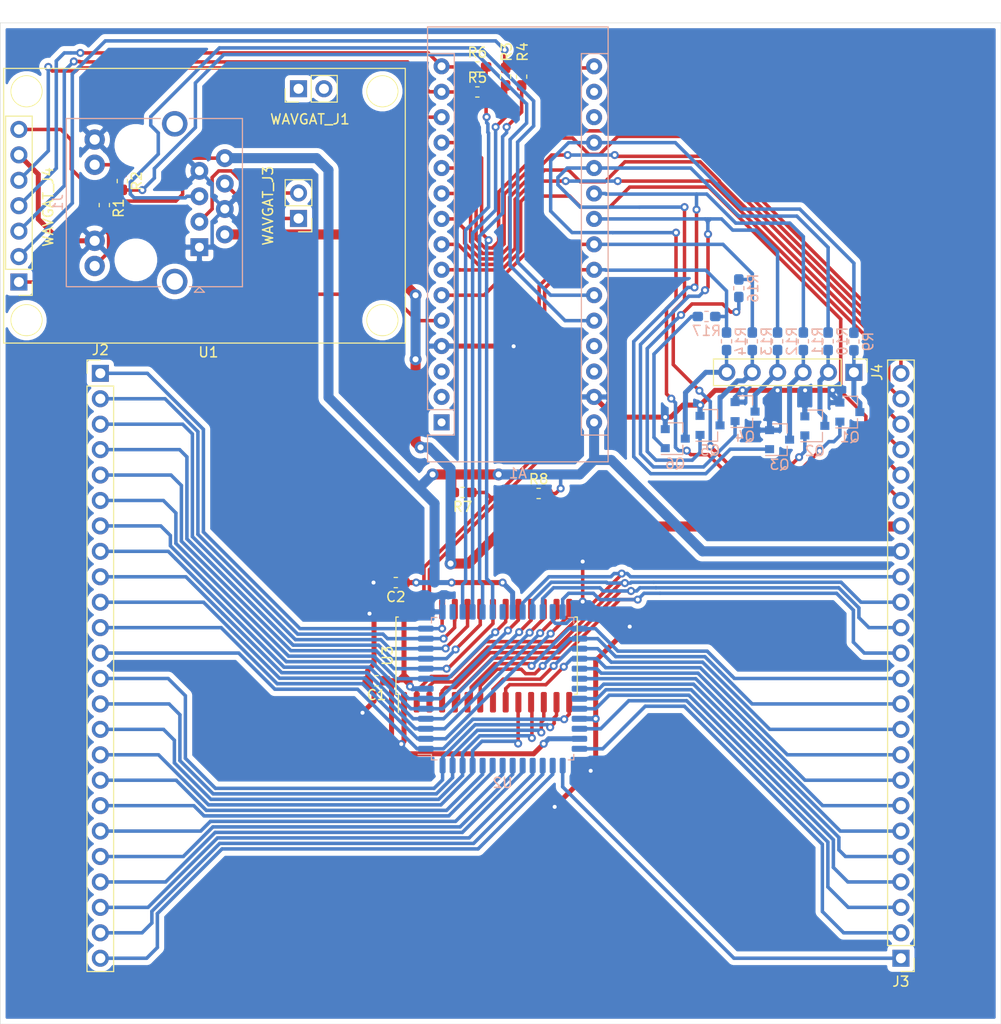
<source format=kicad_pcb>
(kicad_pcb (version 20171130) (host pcbnew 5.1.5-52549c5~84~ubuntu19.10.1)
  (layers (0 F.Cu signal) (31 B.Cu signal) (34 B.Paste user) (35 F.Paste user) (36 B.SilkS user) (37 F.SilkS user) (38 B.Mask user) (39 F.Mask user) (44 Edge.Cuts user))
  (net 0 "")
  (net 1 GND)
  (net 2 "Net-(A1-Pad5)")
  (net 3 STATUS_GOOD)
  (net 4 "Net-(A1-Pad13)")
  (net 5 VCC)
  (net 6 "Net-(J1-Pad3)")
  (net 7 "Net-(J1-Pad6)")
  (net 8 "Net-(J1-Pad12)")
  (net 9 "Net-(J1-Pad10)")
  (net 10 "Net-(A1-Pad19)")
  (net 11 "Net-(A1-Pad20)")
  (net 12 "Net-(A1-Pad21)")
  (net 13 "Net-(A1-Pad22)")
  (net 14 MODULE_ENABLE)
  (net 15 SDA)
  (net 16 SCL)
  (net 17 CS_LED)
  (net 18 MOSI)
  (net 19 MISO)
  (net 20 SCK)
  (net 21 ROW0)
  (net 22 ROW1)
  (net 23 ROW2)
  (net 24 ROW3)
  (net 25 ROW4)
  (net 26 ROW5)
  (net 27 ROW6)
  (net 28 ROW7)
  (net 29 ROW8)
  (net 30 ROW9)
  (net 31 ROW10)
  (net 32 ROW11)
  (net 33 ROW12)
  (net 34 ROW13)
  (net 35 ROW14)
  (net 36 ROW15)
  (net 37 "Net-(J2-Pad17)")
  (net 38 "Net-(J2-Pad18)")
  (net 39 "Net-(J2-Pad19)")
  (net 40 "Net-(J2-Pad20)")
  (net 41 "Net-(J2-Pad21)")
  (net 42 "Net-(J2-Pad22)")
  (net 43 "Net-(J2-Pad23)")
  (net 44 "Net-(J2-Pad24)")
  (net 45 COM0)
  (net 46 COM1)
  (net 47 COM2)
  (net 48 COM3)
  (net 49 COM4)
  (net 50 COM5)
  (net 51 COM6)
  (net 52 COM7)
  (net 53 "Net-(J3-Pad8)")
  (net 54 "Net-(J3-Pad7)")
  (net 55 "Net-(J3-Pad6)")
  (net 56 "Net-(J3-Pad5)")
  (net 57 "Net-(J3-Pad4)")
  (net 58 "Net-(J3-Pad3)")
  (net 59 "Net-(J3-Pad2)")
  (net 60 "Net-(J3-Pad1)")
  (net 61 "Net-(R3-Pad2)")
  (net 62 "Net-(R4-Pad2)")
  (net 63 "Net-(R5-Pad2)")
  (net 64 D3)
  (net 65 D4)
  (net 66 D5)
  (net 67 D6)
  (net 68 D7)
  (net 69 D8)
  (net 70 +12V)
  (net 71 "Net-(J4-Pad1)")
  (net 72 "Net-(J4-Pad2)")
  (net 73 "Net-(J4-Pad3)")
  (net 74 "Net-(J4-Pad4)")
  (net 75 "Net-(J4-Pad5)")
  (net 76 "Net-(J4-Pad6)")
  (net 77 "Net-(Q5-Pad1)")
  (net 78 "Net-(Q6-Pad1)")
  (module Module:Arduino_Nano (layer B.Cu) (at 114.1 89.9)
    (fp_text reference A1 (at 7.62 5.08 180) (layer B.SilkS) (effects (justify mirror)))
    (fp_text value Arduino_Nano_v3.x)
    (pad 1 thru_hole rect (at 0 0) (size 1.6 1.6) (drill 0.8) (layers *.Cu *.Mask))
    (pad 17 thru_hole oval (at 15.24 -33.02) (size 1.6 1.6) (drill 0.8) (layers *.Cu *.Mask))
    (pad 2 thru_hole oval (at 0 -2.54) (size 1.6 1.6) (drill 0.8) (layers *.Cu *.Mask))
    (pad 18 thru_hole oval (at 15.24 -30.48) (size 1.6 1.6) (drill 0.8) (layers *.Cu *.Mask))
    (pad 3 thru_hole oval (at 0 -5.08) (size 1.6 1.6) (drill 0.8) (layers *.Cu *.Mask))
    (pad 19 thru_hole oval (at 15.24 -27.94) (size 1.6 1.6) (drill 0.8) (layers *.Cu *.Mask) (net 10 "Net-(A1-Pad19)"))
    (pad 4 thru_hole oval (at 0 -7.62) (size 1.6 1.6) (drill 0.8) (layers *.Cu *.Mask) (net 1 GND))
    (pad 20 thru_hole oval (at 15.24 -25.4) (size 1.6 1.6) (drill 0.8) (layers *.Cu *.Mask) (net 11 "Net-(A1-Pad20)"))
    (pad 5 thru_hole oval (at 0 -10.16) (size 1.6 1.6) (drill 0.8) (layers *.Cu *.Mask) (net 2 "Net-(A1-Pad5)"))
    (pad 21 thru_hole oval (at 15.24 -22.86) (size 1.6 1.6) (drill 0.8) (layers *.Cu *.Mask) (net 12 "Net-(A1-Pad21)"))
    (pad 6 thru_hole oval (at 0 -12.7) (size 1.6 1.6) (drill 0.8) (layers *.Cu *.Mask) (net 64 D3))
    (pad 22 thru_hole oval (at 15.24 -20.32) (size 1.6 1.6) (drill 0.8) (layers *.Cu *.Mask) (net 13 "Net-(A1-Pad22)"))
    (pad 7 thru_hole oval (at 0 -15.24) (size 1.6 1.6) (drill 0.8) (layers *.Cu *.Mask) (net 65 D4))
    (pad 23 thru_hole oval (at 15.24 -17.78) (size 1.6 1.6) (drill 0.8) (layers *.Cu *.Mask) (net 15 SDA))
    (pad 8 thru_hole oval (at 0 -17.78) (size 1.6 1.6) (drill 0.8) (layers *.Cu *.Mask) (net 66 D5))
    (pad 24 thru_hole oval (at 15.24 -15.24) (size 1.6 1.6) (drill 0.8) (layers *.Cu *.Mask) (net 16 SCL))
    (pad 9 thru_hole oval (at 0 -20.32) (size 1.6 1.6) (drill 0.8) (layers *.Cu *.Mask) (net 67 D6))
    (pad 25 thru_hole oval (at 15.24 -12.7) (size 1.6 1.6) (drill 0.8) (layers *.Cu *.Mask) (net 14 MODULE_ENABLE))
    (pad 10 thru_hole oval (at 0 -22.86) (size 1.6 1.6) (drill 0.8) (layers *.Cu *.Mask) (net 68 D7))
    (pad 26 thru_hole oval (at 15.24 -10.16) (size 1.6 1.6) (drill 0.8) (layers *.Cu *.Mask) (net 3 STATUS_GOOD))
    (pad 11 thru_hole oval (at 0 -25.4) (size 1.6 1.6) (drill 0.8) (layers *.Cu *.Mask) (net 69 D8))
    (pad 27 thru_hole oval (at 15.24 -7.62) (size 1.6 1.6) (drill 0.8) (layers *.Cu *.Mask))
    (pad 12 thru_hole oval (at 0 -27.94) (size 1.6 1.6) (drill 0.8) (layers *.Cu *.Mask) (net 17 CS_LED))
    (pad 28 thru_hole oval (at 15.24 -5.08) (size 1.6 1.6) (drill 0.8) (layers *.Cu *.Mask))
    (pad 13 thru_hole oval (at 0 -30.48) (size 1.6 1.6) (drill 0.8) (layers *.Cu *.Mask) (net 4 "Net-(A1-Pad13)"))
    (pad 29 thru_hole oval (at 15.24 -2.54) (size 1.6 1.6) (drill 0.8) (layers *.Cu *.Mask) (net 1 GND))
    (pad 14 thru_hole oval (at 0 -33.02) (size 1.6 1.6) (drill 0.8) (layers *.Cu *.Mask) (net 18 MOSI))
    (pad 30 thru_hole oval (at 15.24 0) (size 1.6 1.6) (drill 0.8) (layers *.Cu *.Mask) (net 5 VCC))
    (pad 15 thru_hole oval (at 0 -35.56) (size 1.6 1.6) (drill 0.8) (layers *.Cu *.Mask) (net 19 MISO))
    (pad 16 thru_hole oval (at 15.24 -35.56) (size 1.6 1.6) (drill 0.8) (layers *.Cu *.Mask) (net 20 SCK))
  )
  (module Connector_RJ:RJ45_BEL_SS74301-00x_Vertical (layer B.Cu) (at 89.9 72.4 90)
    (fp_text reference J1 (at 4.445 -14.15 90) (layer B.SilkS) (effects (justify mirror)))
    (fp_text value RJ45_LED)
    (pad 1 thru_hole rect (at 0 0 90) (size 1.778 1.778) (drill 0.889) (layers *.Cu *.Mask) (net 1 GND))
    (pad 2 thru_hole circle (at 1.27 2.54 90) (size 1.778 1.778) (drill 0.889) (layers *.Cu *.Mask) (net 70 +12V))
    (pad 3 thru_hole circle (at 2.54 0 90) (size 1.778 1.778) (drill 0.889) (layers *.Cu *.Mask) (net 6 "Net-(J1-Pad3)"))
    (pad 4 thru_hole circle (at 3.81 2.54 90) (size 1.778 1.778) (drill 0.889) (layers *.Cu *.Mask) (net 1 GND))
    (pad 5 thru_hole circle (at 5.08 0 90) (size 1.778 1.778) (drill 0.889) (layers *.Cu *.Mask) (net 14 MODULE_ENABLE))
    (pad 6 thru_hole circle (at 6.35 2.54 90) (size 1.778 1.778) (drill 0.889) (layers *.Cu *.Mask) (net 7 "Net-(J1-Pad6)"))
    (pad 7 thru_hole circle (at 7.62 0 90) (size 1.778 1.778) (drill 0.889) (layers *.Cu *.Mask) (net 1 GND))
    (pad 8 thru_hole circle (at 8.89 2.54 90) (size 1.778 1.778) (drill 0.889) (layers *.Cu *.Mask) (net 5 VCC))
    (pad 12 thru_hole circle (at -1.8796 -10.4648 90) (size 2.032 2.032) (drill 1.016) (layers *.Cu *.Mask) (net 8 "Net-(J1-Pad12)"))
    (pad 11 thru_hole circle (at 0.635 -10.4648 90) (size 2.032 2.032) (drill 1.016) (layers *.Cu *.Mask) (net 1 GND))
    (pad 9 thru_hole circle (at 10.7442 -10.4648 90) (size 2.032 2.032) (drill 1.016) (layers *.Cu *.Mask) (net 1 GND))
    (pad 10 thru_hole circle (at 8.2296 -10.4648 90) (size 2.032 2.032) (drill 1.016) (layers *.Cu *.Mask) (net 9 "Net-(J1-Pad10)"))
    (pad SH thru_hole circle (at -3.429 -2.4638 90) (size 2.54 2.54) (drill 1.651) (layers *.Cu *.Mask))
    (pad SH thru_hole circle (at 12.319 -2.4638 90) (size 2.54 2.54) (drill 1.651) (layers *.Cu *.Mask))
    (pad "" np_thru_hole circle (at -1.27 -6.35 90) (size 3.2512 3.2512) (drill 3.2512) (layers *.Cu *.Mask))
    (pad "" np_thru_hole circle (at 10.16 -6.35 90) (size 3.2512 3.2512) (drill 3.2512) (layers *.Cu *.Mask))
  )
  (module Resistor_SMD:R_0603_1608Metric_Pad1.05x0.95mm_HandSolder (layer F.Cu) (at 80.4 68.2 270)
    (fp_text reference R1 (at 0.3 -1.43 90) (layer F.SilkS))
    (fp_text value 560R)
    (pad 1 smd roundrect (at -0.875 0 270) (size 1.05 0.95) (layers F.Cu F.Paste F.Mask) (net 5 VCC))
    (pad 2 smd roundrect (at 0.875 0 270) (size 1.05 0.95) (layers F.Cu F.Paste F.Mask) (net 8 "Net-(J1-Pad12)"))
  )
  (module Resistor_SMD:R_0603_1608Metric_Pad1.05x0.95mm_HandSolder (layer F.Cu) (at 82.2 65.8 270)
    (fp_text reference R2 (at 0 -1.43 270) (layer F.SilkS))
    (fp_text value 560R)
    (pad 2 smd roundrect (at 0.875 0 270) (size 1.05 0.95) (layers F.Cu F.Paste F.Mask) (net 3 STATUS_GOOD))
    (pad 1 smd roundrect (at -0.875 0 270) (size 1.05 0.95) (layers F.Cu F.Paste F.Mask) (net 9 "Net-(J1-Pad10)"))
  )
  (module WAVGAT_CAN:WAVGAT_CAN (layer F.Cu) (at 80.5 51.5)
    (fp_text reference U1 (at 10.3 31.4) (layer F.SilkS))
    (fp_text value WAVGAT_CAN)
    (fp_text user WAVGAT_J1 (at 20.447 8.128) (layer F.SilkS))
    (fp_text user WAVGAT_J3 (at 16.256 16.764 -270) (layer F.SilkS))
    (fp_text user WAVGAT_J4 (at -5.715 16.891 -90) (layer F.SilkS))
    (pad J4_6 thru_hole oval (at -8.636 11.684 180) (size 1.7 1.7) (drill 1) (layers *.Cu *.Mask) (net 1 GND))
    (pad J4_1 thru_hole rect (at -8.636 24.384 180) (size 1.7 1.7) (drill 1) (layers *.Cu *.Mask) (net 2 "Net-(A1-Pad5)"))
    (pad J4_7 thru_hole oval (at -8.636 9.144 180) (size 1.7 1.7) (drill 1) (layers *.Cu *.Mask) (net 5 VCC))
    (pad J4_5 thru_hole oval (at -8.636 14.224 180) (size 1.7 1.7) (drill 1) (layers *.Cu *.Mask) (net 4 "Net-(A1-Pad13)"))
    (pad J4_4 thru_hole oval (at -8.636 16.764 180) (size 1.7 1.7) (drill 1) (layers *.Cu *.Mask) (net 19 MISO))
    (pad J4_3 thru_hole oval (at -8.636 19.304 180) (size 1.7 1.7) (drill 1) (layers *.Cu *.Mask) (net 18 MOSI))
    (pad J4_2 thru_hole oval (at -8.636 21.844 180) (size 1.7 1.7) (drill 1) (layers *.Cu *.Mask) (net 20 SCK))
    (pad J3_2 thru_hole oval (at 19.304 15.494 180) (size 1.7 1.7) (drill 1) (layers *.Cu *.Mask) (net 6 "Net-(J1-Pad3)"))
    (pad J3_1 thru_hole rect (at 19.304 18.034 180) (size 1.7 1.7) (drill 1) (layers *.Cu *.Mask) (net 7 "Net-(J1-Pad6)"))
    (pad J1_2 thru_hole oval (at 21.844 5.08 90) (size 1.7 1.7) (drill 1) (layers *.Cu *.Mask))
    (pad J1_1 thru_hole rect (at 19.304 5.08 90) (size 1.7 1.7) (drill 1) (layers *.Cu *.Mask))
    (pad "" np_thru_hole circle (at -7.874 5.334) (size 3 3) (drill 3) (layers *.Cu *.Mask))
    (pad "" np_thru_hole circle (at 27.686 28.194) (size 3 3) (drill 3) (layers *.Cu *.Mask))
    (pad "" np_thru_hole circle (at 27.686 5.334) (size 3 3) (drill 3) (layers *.Cu *.Mask))
    (pad "" np_thru_hole circle (at -7.874 28.194) (size 3 3) (drill 3) (layers *.Cu *.Mask))
  )
  (module Package_QFP:LQFP-52_14x14mm_P1mm (layer B.Cu) (at 120.2 116.5)
    (fp_text reference U2 (at 0 9.4 180) (layer B.SilkS) (effects (justify mirror)))
    (fp_text value HT1632C-52LQFP)
    (pad 1 smd roundrect (at -7.675 6) (size 1.55 0.6) (layers B.Cu B.Paste B.Mask) (net 32 ROW11))
    (pad 2 smd roundrect (at -7.675 5) (size 1.55 0.6) (layers B.Cu B.Paste B.Mask) (net 31 ROW10))
    (pad 3 smd roundrect (at -7.675 4) (size 1.55 0.6) (layers B.Cu B.Paste B.Mask) (net 30 ROW9))
    (pad 4 smd roundrect (at -7.675 3) (size 1.55 0.6) (layers B.Cu B.Paste B.Mask) (net 29 ROW8))
    (pad 5 smd roundrect (at -7.675 2) (size 1.55 0.6) (layers B.Cu B.Paste B.Mask) (net 28 ROW7))
    (pad 6 smd roundrect (at -7.675 1) (size 1.55 0.6) (layers B.Cu B.Paste B.Mask) (net 27 ROW6))
    (pad 7 smd roundrect (at -7.675 0) (size 1.55 0.6) (layers B.Cu B.Paste B.Mask) (net 5 VCC))
    (pad 8 smd roundrect (at -7.675 -1) (size 1.55 0.6) (layers B.Cu B.Paste B.Mask) (net 26 ROW5))
    (pad 9 smd roundrect (at -7.675 -2) (size 1.55 0.6) (layers B.Cu B.Paste B.Mask) (net 25 ROW4))
    (pad 10 smd roundrect (at -7.675 -3) (size 1.55 0.6) (layers B.Cu B.Paste B.Mask) (net 24 ROW3))
    (pad 11 smd roundrect (at -7.675 -4) (size 1.55 0.6) (layers B.Cu B.Paste B.Mask) (net 23 ROW2))
    (pad 12 smd roundrect (at -7.675 -5) (size 1.55 0.6) (layers B.Cu B.Paste B.Mask) (net 22 ROW1))
    (pad 13 smd roundrect (at -7.675 -6) (size 1.55 0.6) (layers B.Cu B.Paste B.Mask) (net 21 ROW0))
    (pad 14 smd roundrect (at -6 -7.675) (size 0.6 1.55) (layers B.Cu B.Paste B.Mask) (net 1 GND))
    (pad 15 smd roundrect (at -5 -7.675) (size 0.6 1.55) (layers B.Cu B.Paste B.Mask))
    (pad 16 smd roundrect (at -4 -7.675) (size 0.6 1.55) (layers B.Cu B.Paste B.Mask) (net 63 "Net-(R5-Pad2)"))
    (pad 17 smd roundrect (at -3 -7.675) (size 0.6 1.55) (layers B.Cu B.Paste B.Mask) (net 61 "Net-(R3-Pad2)"))
    (pad 18 smd roundrect (at -2 -7.675) (size 0.6 1.55) (layers B.Cu B.Paste B.Mask) (net 62 "Net-(R4-Pad2)"))
    (pad 19 smd roundrect (at -1 -7.675) (size 0.6 1.55) (layers B.Cu B.Paste B.Mask) (net 17 CS_LED))
    (pad 20 smd roundrect (at 0 -7.675) (size 0.6 1.55) (layers B.Cu B.Paste B.Mask))
    (pad 21 smd roundrect (at 1 -7.675) (size 0.6 1.55) (layers B.Cu B.Paste B.Mask) (net 5 VCC))
    (pad 22 smd roundrect (at 2 -7.675) (size 0.6 1.55) (layers B.Cu B.Paste B.Mask) (net 45 COM0))
    (pad 23 smd roundrect (at 3 -7.675) (size 0.6 1.55) (layers B.Cu B.Paste B.Mask) (net 46 COM1))
    (pad 24 smd roundrect (at 4 -7.675) (size 0.6 1.55) (layers B.Cu B.Paste B.Mask) (net 47 COM2))
    (pad 25 smd roundrect (at 5 -7.675) (size 0.6 1.55) (layers B.Cu B.Paste B.Mask) (net 1 GND))
    (pad 26 smd roundrect (at 6 -7.675) (size 0.6 1.55) (layers B.Cu B.Paste B.Mask) (net 48 COM3))
    (pad 27 smd roundrect (at 7.675 -6) (size 1.55 0.6) (layers B.Cu B.Paste B.Mask) (net 49 COM4))
    (pad 28 smd roundrect (at 7.675 -5) (size 1.55 0.6) (layers B.Cu B.Paste B.Mask) (net 50 COM5))
    (pad 29 smd roundrect (at 7.675 -4) (size 1.55 0.6) (layers B.Cu B.Paste B.Mask) (net 51 COM6))
    (pad 30 smd roundrect (at 7.675 -3) (size 1.55 0.6) (layers B.Cu B.Paste B.Mask) (net 52 COM7))
    (pad 31 smd roundrect (at 7.675 -2) (size 1.55 0.6) (layers B.Cu B.Paste B.Mask) (net 53 "Net-(J3-Pad8)"))
    (pad 32 smd roundrect (at 7.675 -1) (size 1.55 0.6) (layers B.Cu B.Paste B.Mask) (net 54 "Net-(J3-Pad7)"))
    (pad 33 smd roundrect (at 7.675 0) (size 1.55 0.6) (layers B.Cu B.Paste B.Mask) (net 55 "Net-(J3-Pad6)"))
    (pad 34 smd roundrect (at 7.675 1) (size 1.55 0.6) (layers B.Cu B.Paste B.Mask) (net 56 "Net-(J3-Pad5)"))
    (pad 35 smd roundrect (at 7.675 2) (size 1.55 0.6) (layers B.Cu B.Paste B.Mask) (net 57 "Net-(J3-Pad4)"))
    (pad 36 smd roundrect (at 7.675 3) (size 1.55 0.6) (layers B.Cu B.Paste B.Mask) (net 1 GND))
    (pad 37 smd roundrect (at 7.675 4) (size 1.55 0.6) (layers B.Cu B.Paste B.Mask) (net 58 "Net-(J3-Pad3)"))
    (pad 38 smd roundrect (at 7.675 5) (size 1.55 0.6) (layers B.Cu B.Paste B.Mask) (net 5 VCC))
    (pad 39 smd roundrect (at 7.675 6) (size 1.55 0.6) (layers B.Cu B.Paste B.Mask) (net 59 "Net-(J3-Pad2)"))
    (pad 40 smd roundrect (at 6 7.675) (size 0.6 1.55) (layers B.Cu B.Paste B.Mask) (net 60 "Net-(J3-Pad1)"))
    (pad 41 smd roundrect (at 5 7.675) (size 0.6 1.55) (layers B.Cu B.Paste B.Mask) (net 44 "Net-(J2-Pad24)"))
    (pad 42 smd roundrect (at 4 7.675) (size 0.6 1.55) (layers B.Cu B.Paste B.Mask) (net 43 "Net-(J2-Pad23)"))
    (pad 43 smd roundrect (at 3 7.675) (size 0.6 1.55) (layers B.Cu B.Paste B.Mask) (net 42 "Net-(J2-Pad22)"))
    (pad 44 smd roundrect (at 2 7.675) (size 0.6 1.55) (layers B.Cu B.Paste B.Mask) (net 41 "Net-(J2-Pad21)"))
    (pad 45 smd roundrect (at 1 7.675) (size 0.6 1.55) (layers B.Cu B.Paste B.Mask) (net 40 "Net-(J2-Pad20)"))
    (pad 46 smd roundrect (at 0 7.675) (size 0.6 1.55) (layers B.Cu B.Paste B.Mask) (net 39 "Net-(J2-Pad19)"))
    (pad 47 smd roundrect (at -1 7.675) (size 0.6 1.55) (layers B.Cu B.Paste B.Mask) (net 38 "Net-(J2-Pad18)"))
    (pad 48 smd roundrect (at -2 7.675) (size 0.6 1.55) (layers B.Cu B.Paste B.Mask) (net 37 "Net-(J2-Pad17)"))
    (pad 49 smd roundrect (at -3 7.675) (size 0.6 1.55) (layers B.Cu B.Paste B.Mask) (net 36 ROW15))
    (pad 50 smd roundrect (at -4 7.675) (size 0.6 1.55) (layers B.Cu B.Paste B.Mask) (net 35 ROW14))
    (pad 51 smd roundrect (at -5 7.675) (size 0.6 1.55) (layers B.Cu B.Paste B.Mask) (net 34 ROW13))
    (pad 52 smd roundrect (at -6 7.675) (size 0.6 1.55) (layers B.Cu B.Paste B.Mask) (net 33 ROW12))
  )
  (module Package_SO:SOIC-28W_7.5x17.9mm_P1.27mm (layer F.Cu) (at 118.6 113.2 90)
    (fp_text reference U3 (at 0 -9.9 90) (layer F.SilkS))
    (fp_text value HT16K33)
    (pad 1 smd roundrect (at -4.65 -8.255 90) (size 2.05 0.6) (layers F.Cu F.Paste F.Mask) (net 1 GND))
    (pad 2 smd roundrect (at -4.65 -6.985 90) (size 2.05 0.6) (layers F.Cu F.Paste F.Mask) (net 45 COM0))
    (pad 3 smd roundrect (at -4.65 -5.715 90) (size 2.05 0.6) (layers F.Cu F.Paste F.Mask) (net 46 COM1))
    (pad 4 smd roundrect (at -4.65 -4.445 90) (size 2.05 0.6) (layers F.Cu F.Paste F.Mask) (net 47 COM2))
    (pad 5 smd roundrect (at -4.65 -3.175 90) (size 2.05 0.6) (layers F.Cu F.Paste F.Mask) (net 48 COM3))
    (pad 6 smd roundrect (at -4.65 -1.905 90) (size 2.05 0.6) (layers F.Cu F.Paste F.Mask) (net 49 COM4))
    (pad 7 smd roundrect (at -4.65 -0.635 90) (size 2.05 0.6) (layers F.Cu F.Paste F.Mask) (net 50 COM5))
    (pad 8 smd roundrect (at -4.65 0.635 90) (size 2.05 0.6) (layers F.Cu F.Paste F.Mask) (net 51 COM6))
    (pad 9 smd roundrect (at -4.65 1.905 90) (size 2.05 0.6) (layers F.Cu F.Paste F.Mask) (net 52 COM7))
    (pad 10 smd roundrect (at -4.65 3.175 90) (size 2.05 0.6) (layers F.Cu F.Paste F.Mask) (net 36 ROW15))
    (pad 11 smd roundrect (at -4.65 4.445 90) (size 2.05 0.6) (layers F.Cu F.Paste F.Mask) (net 35 ROW14))
    (pad 12 smd roundrect (at -4.65 5.715 90) (size 2.05 0.6) (layers F.Cu F.Paste F.Mask) (net 34 ROW13))
    (pad 13 smd roundrect (at -4.65 6.985 90) (size 2.05 0.6) (layers F.Cu F.Paste F.Mask) (net 33 ROW12))
    (pad 14 smd roundrect (at -4.65 8.255 90) (size 2.05 0.6) (layers F.Cu F.Paste F.Mask) (net 32 ROW11))
    (pad 15 smd roundrect (at 4.65 8.255 90) (size 2.05 0.6) (layers F.Cu F.Paste F.Mask) (net 31 ROW10))
    (pad 16 smd roundrect (at 4.65 6.985 90) (size 2.05 0.6) (layers F.Cu F.Paste F.Mask) (net 30 ROW9))
    (pad 17 smd roundrect (at 4.65 5.715 90) (size 2.05 0.6) (layers F.Cu F.Paste F.Mask) (net 29 ROW8))
    (pad 18 smd roundrect (at 4.65 4.445 90) (size 2.05 0.6) (layers F.Cu F.Paste F.Mask) (net 28 ROW7))
    (pad 19 smd roundrect (at 4.65 3.175 90) (size 2.05 0.6) (layers F.Cu F.Paste F.Mask) (net 27 ROW6))
    (pad 20 smd roundrect (at 4.65 1.905 90) (size 2.05 0.6) (layers F.Cu F.Paste F.Mask) (net 26 ROW5))
    (pad 21 smd roundrect (at 4.65 0.635 90) (size 2.05 0.6) (layers F.Cu F.Paste F.Mask) (net 25 ROW4))
    (pad 22 smd roundrect (at 4.65 -0.635 90) (size 2.05 0.6) (layers F.Cu F.Paste F.Mask) (net 24 ROW3))
    (pad 23 smd roundrect (at 4.65 -1.905 90) (size 2.05 0.6) (layers F.Cu F.Paste F.Mask) (net 23 ROW2))
    (pad 24 smd roundrect (at 4.65 -3.175 90) (size 2.05 0.6) (layers F.Cu F.Paste F.Mask) (net 22 ROW1))
    (pad 25 smd roundrect (at 4.65 -4.445 90) (size 2.05 0.6) (layers F.Cu F.Paste F.Mask) (net 21 ROW0))
    (pad 26 smd roundrect (at 4.65 -5.715 90) (size 2.05 0.6) (layers F.Cu F.Paste F.Mask) (net 16 SCL))
    (pad 27 smd roundrect (at 4.65 -6.985 90) (size 2.05 0.6) (layers F.Cu F.Paste F.Mask) (net 15 SDA))
    (pad 28 smd roundrect (at 4.65 -8.255 90) (size 2.05 0.6) (layers F.Cu F.Paste F.Mask) (net 5 VCC))
  )
  (module Capacitor_SMD:C_0603_1608Metric_Pad1.05x0.95mm_HandSolder (layer F.Cu) (at 107.6 115.7 180)
    (fp_text reference C1 (at 0 -1.43) (layer F.SilkS))
    (fp_text value 0.1uF)
    (pad 1 smd roundrect (at -0.875 0 180) (size 1.05 0.95) (layers F.Cu F.Paste F.Mask) (net 5 VCC))
    (pad 2 smd roundrect (at 0.875 0 180) (size 1.05 0.95) (layers F.Cu F.Paste F.Mask) (net 1 GND))
  )
  (module Capacitor_SMD:C_0603_1608Metric_Pad1.05x0.95mm_HandSolder (layer F.Cu) (at 109.525 105.9 180)
    (fp_text reference C2 (at 0 -1.43) (layer F.SilkS))
    (fp_text value 0.1uF)
    (pad 2 smd roundrect (at 0.875 0 180) (size 1.05 0.95) (layers F.Cu F.Paste F.Mask) (net 1 GND))
    (pad 1 smd roundrect (at -0.875 0 180) (size 1.05 0.95) (layers F.Cu F.Paste F.Mask) (net 5 VCC))
  )
  (module Connector_PinHeader_2.54mm:PinHeader_1x24_P2.54mm_Vertical (layer F.Cu) (at 80 85)
    (fp_text reference J2 (at 0 -2.33) (layer F.SilkS))
    (fp_text value Conn_01x24_Female)
    (pad 1 thru_hole rect (at 0 0) (size 1.7 1.7) (drill 1) (layers *.Cu *.Mask) (net 21 ROW0))
    (pad 2 thru_hole oval (at 0 2.54) (size 1.7 1.7) (drill 1) (layers *.Cu *.Mask) (net 22 ROW1))
    (pad 3 thru_hole oval (at 0 5.08) (size 1.7 1.7) (drill 1) (layers *.Cu *.Mask) (net 23 ROW2))
    (pad 4 thru_hole oval (at 0 7.62) (size 1.7 1.7) (drill 1) (layers *.Cu *.Mask) (net 24 ROW3))
    (pad 5 thru_hole oval (at 0 10.16) (size 1.7 1.7) (drill 1) (layers *.Cu *.Mask) (net 25 ROW4))
    (pad 6 thru_hole oval (at 0 12.7) (size 1.7 1.7) (drill 1) (layers *.Cu *.Mask) (net 26 ROW5))
    (pad 7 thru_hole oval (at 0 15.24) (size 1.7 1.7) (drill 1) (layers *.Cu *.Mask) (net 27 ROW6))
    (pad 8 thru_hole oval (at 0 17.78) (size 1.7 1.7) (drill 1) (layers *.Cu *.Mask) (net 28 ROW7))
    (pad 9 thru_hole oval (at 0 20.32) (size 1.7 1.7) (drill 1) (layers *.Cu *.Mask) (net 29 ROW8))
    (pad 10 thru_hole oval (at 0 22.86) (size 1.7 1.7) (drill 1) (layers *.Cu *.Mask) (net 30 ROW9))
    (pad 11 thru_hole oval (at 0 25.4) (size 1.7 1.7) (drill 1) (layers *.Cu *.Mask) (net 31 ROW10))
    (pad 12 thru_hole oval (at 0 27.94) (size 1.7 1.7) (drill 1) (layers *.Cu *.Mask) (net 32 ROW11))
    (pad 13 thru_hole oval (at 0 30.48) (size 1.7 1.7) (drill 1) (layers *.Cu *.Mask) (net 33 ROW12))
    (pad 14 thru_hole oval (at 0 33.02) (size 1.7 1.7) (drill 1) (layers *.Cu *.Mask) (net 34 ROW13))
    (pad 15 thru_hole oval (at 0 35.56) (size 1.7 1.7) (drill 1) (layers *.Cu *.Mask) (net 35 ROW14))
    (pad 16 thru_hole oval (at 0 38.1) (size 1.7 1.7) (drill 1) (layers *.Cu *.Mask) (net 36 ROW15))
    (pad 17 thru_hole oval (at 0 40.64) (size 1.7 1.7) (drill 1) (layers *.Cu *.Mask) (net 37 "Net-(J2-Pad17)"))
    (pad 18 thru_hole oval (at 0 43.18) (size 1.7 1.7) (drill 1) (layers *.Cu *.Mask) (net 38 "Net-(J2-Pad18)"))
    (pad 19 thru_hole oval (at 0 45.72) (size 1.7 1.7) (drill 1) (layers *.Cu *.Mask) (net 39 "Net-(J2-Pad19)"))
    (pad 20 thru_hole oval (at 0 48.26) (size 1.7 1.7) (drill 1) (layers *.Cu *.Mask) (net 40 "Net-(J2-Pad20)"))
    (pad 21 thru_hole oval (at 0 50.8) (size 1.7 1.7) (drill 1) (layers *.Cu *.Mask) (net 41 "Net-(J2-Pad21)"))
    (pad 22 thru_hole oval (at 0 53.34) (size 1.7 1.7) (drill 1) (layers *.Cu *.Mask) (net 42 "Net-(J2-Pad22)"))
    (pad 23 thru_hole oval (at 0 55.88) (size 1.7 1.7) (drill 1) (layers *.Cu *.Mask) (net 43 "Net-(J2-Pad23)"))
    (pad 24 thru_hole oval (at 0 58.42) (size 1.7 1.7) (drill 1) (layers *.Cu *.Mask) (net 44 "Net-(J2-Pad24)"))
  )
  (module Connector_PinHeader_2.54mm:PinHeader_1x24_P2.54mm_Vertical (layer F.Cu) (at 160 143.42 180)
    (fp_text reference J3 (at 0 -2.33) (layer F.SilkS))
    (fp_text value Conn_01x24_Female)
    (pad 24 thru_hole oval (at 0 58.42 180) (size 1.7 1.7) (drill 1) (layers *.Cu *.Mask) (net 69 D8))
    (pad 23 thru_hole oval (at 0 55.88 180) (size 1.7 1.7) (drill 1) (layers *.Cu *.Mask) (net 68 D7))
    (pad 22 thru_hole oval (at 0 53.34 180) (size 1.7 1.7) (drill 1) (layers *.Cu *.Mask) (net 67 D6))
    (pad 21 thru_hole oval (at 0 50.8 180) (size 1.7 1.7) (drill 1) (layers *.Cu *.Mask) (net 66 D5))
    (pad 20 thru_hole oval (at 0 48.26 180) (size 1.7 1.7) (drill 1) (layers *.Cu *.Mask) (net 65 D4))
    (pad 19 thru_hole oval (at 0 45.72 180) (size 1.7 1.7) (drill 1) (layers *.Cu *.Mask) (net 64 D3))
    (pad 18 thru_hole oval (at 0 43.18 180) (size 1.7 1.7) (drill 1) (layers *.Cu *.Mask) (net 70 +12V))
    (pad 17 thru_hole oval (at 0 40.64 180) (size 1.7 1.7) (drill 1) (layers *.Cu *.Mask) (net 5 VCC))
    (pad 16 thru_hole oval (at 0 38.1 180) (size 1.7 1.7) (drill 1) (layers *.Cu *.Mask) (net 45 COM0))
    (pad 15 thru_hole oval (at 0 35.56 180) (size 1.7 1.7) (drill 1) (layers *.Cu *.Mask) (net 46 COM1))
    (pad 14 thru_hole oval (at 0 33.02 180) (size 1.7 1.7) (drill 1) (layers *.Cu *.Mask) (net 47 COM2))
    (pad 13 thru_hole oval (at 0 30.48 180) (size 1.7 1.7) (drill 1) (layers *.Cu *.Mask) (net 48 COM3))
    (pad 12 thru_hole oval (at 0 27.94 180) (size 1.7 1.7) (drill 1) (layers *.Cu *.Mask) (net 49 COM4))
    (pad 11 thru_hole oval (at 0 25.4 180) (size 1.7 1.7) (drill 1) (layers *.Cu *.Mask) (net 50 COM5))
    (pad 10 thru_hole oval (at 0 22.86 180) (size 1.7 1.7) (drill 1) (layers *.Cu *.Mask) (net 51 COM6))
    (pad 9 thru_hole oval (at 0 20.32 180) (size 1.7 1.7) (drill 1) (layers *.Cu *.Mask) (net 52 COM7))
    (pad 8 thru_hole oval (at 0 17.78 180) (size 1.7 1.7) (drill 1) (layers *.Cu *.Mask) (net 53 "Net-(J3-Pad8)"))
    (pad 7 thru_hole oval (at 0 15.24 180) (size 1.7 1.7) (drill 1) (layers *.Cu *.Mask) (net 54 "Net-(J3-Pad7)"))
    (pad 6 thru_hole oval (at 0 12.7 180) (size 1.7 1.7) (drill 1) (layers *.Cu *.Mask) (net 55 "Net-(J3-Pad6)"))
    (pad 5 thru_hole oval (at 0 10.16 180) (size 1.7 1.7) (drill 1) (layers *.Cu *.Mask) (net 56 "Net-(J3-Pad5)"))
    (pad 4 thru_hole oval (at 0 7.62 180) (size 1.7 1.7) (drill 1) (layers *.Cu *.Mask) (net 57 "Net-(J3-Pad4)"))
    (pad 3 thru_hole oval (at 0 5.08 180) (size 1.7 1.7) (drill 1) (layers *.Cu *.Mask) (net 58 "Net-(J3-Pad3)"))
    (pad 2 thru_hole oval (at 0 2.54 180) (size 1.7 1.7) (drill 1) (layers *.Cu *.Mask) (net 59 "Net-(J3-Pad2)"))
    (pad 1 thru_hole rect (at 0 0 180) (size 1.7 1.7) (drill 1) (layers *.Cu *.Mask) (net 60 "Net-(J3-Pad1)"))
  )
  (module Resistor_SMD:R_0603_1608Metric_Pad1.05x0.95mm_HandSolder (layer F.Cu) (at 120.5 55.375 270)
    (fp_text reference R3 (at -2.475 -0.1 90) (layer F.SilkS))
    (fp_text value 0R)
    (pad 2 smd roundrect (at 0.875 0 270) (size 1.05 0.95) (layers F.Cu F.Paste F.Mask) (net 61 "Net-(R3-Pad2)"))
    (pad 1 smd roundrect (at -0.875 0 270) (size 1.05 0.95) (layers F.Cu F.Paste F.Mask) (net 20 SCK))
  )
  (module Resistor_SMD:R_0603_1608Metric_Pad1.05x0.95mm_HandSolder (layer F.Cu) (at 122.1 55.375 270)
    (fp_text reference R4 (at -2.475 -0.1 90) (layer F.SilkS))
    (fp_text value 0R)
    (pad 1 smd roundrect (at -0.875 0 270) (size 1.05 0.95) (layers F.Cu F.Paste F.Mask) (net 20 SCK))
    (pad 2 smd roundrect (at 0.875 0 270) (size 1.05 0.95) (layers F.Cu F.Paste F.Mask) (net 62 "Net-(R4-Pad2)"))
  )
  (module Resistor_SMD:R_0603_1608Metric_Pad1.05x0.95mm_HandSolder (layer F.Cu) (at 117.675 56.9)
    (fp_text reference R5 (at 0 -1.43) (layer F.SilkS))
    (fp_text value 0R)
    (pad 2 smd roundrect (at 0.875 0) (size 1.05 0.95) (layers F.Cu F.Paste F.Mask) (net 63 "Net-(R5-Pad2)"))
    (pad 1 smd roundrect (at -0.875 0) (size 1.05 0.95) (layers F.Cu F.Paste F.Mask) (net 18 MOSI))
  )
  (module Resistor_SMD:R_0603_1608Metric_Pad1.05x0.95mm_HandSolder (layer F.Cu) (at 117.675 54.4)
    (fp_text reference R6 (at 0 -1.43) (layer F.SilkS))
    (fp_text value 0R)
    (pad 1 smd roundrect (at -0.875 0) (size 1.05 0.95) (layers F.Cu F.Paste F.Mask) (net 19 MISO))
    (pad 2 smd roundrect (at 0.875 0) (size 1.05 0.95) (layers F.Cu F.Paste F.Mask) (net 63 "Net-(R5-Pad2)"))
  )
  (module Resistor_SMD:R_0603_1608Metric_Pad1.05x0.95mm_HandSolder (layer F.Cu) (at 116.2 96.9 180)
    (fp_text reference R7 (at 0 -1.43) (layer F.SilkS))
    (fp_text value 4K7)
    (pad 1 smd roundrect (at -0.875 0 180) (size 1.05 0.95) (layers F.Cu F.Paste F.Mask) (net 15 SDA))
    (pad 2 smd roundrect (at 0.875 0 180) (size 1.05 0.95) (layers F.Cu F.Paste F.Mask) (net 5 VCC))
  )
  (module Resistor_SMD:R_0603_1608Metric_Pad1.05x0.95mm_HandSolder (layer F.Cu) (at 123.8 97)
    (fp_text reference R8 (at 0 -1.43) (layer F.SilkS))
    (fp_text value 4K7)
    (pad 2 smd roundrect (at 0.875 0) (size 1.05 0.95) (layers F.Cu F.Paste F.Mask) (net 5 VCC))
    (pad 1 smd roundrect (at -0.875 0) (size 1.05 0.95) (layers F.Cu F.Paste F.Mask) (net 16 SCL))
  )
  (module Connector_PinHeader_2.54mm:PinHeader_1x06_P2.54mm_Vertical (layer F.Cu) (at 155.3 84.9 270)
    (fp_text reference J4 (at 0 -2.33 90) (layer F.SilkS))
    (fp_text value Conn_01x06_Male)
    (pad 1 thru_hole rect (at 0 0 270) (size 1.7 1.7) (drill 1) (layers *.Cu *.Mask) (net 71 "Net-(J4-Pad1)"))
    (pad 2 thru_hole oval (at 0 2.54 270) (size 1.7 1.7) (drill 1) (layers *.Cu *.Mask) (net 72 "Net-(J4-Pad2)"))
    (pad 3 thru_hole oval (at 0 5.08 270) (size 1.7 1.7) (drill 1) (layers *.Cu *.Mask) (net 73 "Net-(J4-Pad3)"))
    (pad 4 thru_hole oval (at 0 7.62 270) (size 1.7 1.7) (drill 1) (layers *.Cu *.Mask) (net 74 "Net-(J4-Pad4)"))
    (pad 5 thru_hole oval (at 0 10.16 270) (size 1.7 1.7) (drill 1) (layers *.Cu *.Mask) (net 75 "Net-(J4-Pad5)"))
    (pad 6 thru_hole oval (at 0 12.7 270) (size 1.7 1.7) (drill 1) (layers *.Cu *.Mask) (net 76 "Net-(J4-Pad6)"))
  )
  (module Package_TO_SOT_SMD:SOT-23 (layer B.Cu) (at 154.9 88.875)
    (fp_text reference Q1 (at 0 2.5 180) (layer B.SilkS) (effects (justify mirror)))
    (fp_text value Q_NMOS_GSD)
    (pad 1 smd rect (at -1 0.95) (size 0.9 0.8) (layers B.Cu B.Paste B.Mask) (net 10 "Net-(A1-Pad19)"))
    (pad 2 smd rect (at -1 -0.95) (size 0.9 0.8) (layers B.Cu B.Paste B.Mask) (net 1 GND))
    (pad 3 smd rect (at 1 0) (size 0.9 0.8) (layers B.Cu B.Paste B.Mask) (net 71 "Net-(J4-Pad1)"))
  )
  (module Package_TO_SOT_SMD:SOT-23 (layer B.Cu) (at 151.4 90.25)
    (fp_text reference Q2 (at 0 2.5) (layer B.SilkS) (effects (justify mirror)))
    (fp_text value Q_NMOS_GSD)
    (pad 3 smd rect (at 1 0) (size 0.9 0.8) (layers B.Cu B.Paste B.Mask) (net 72 "Net-(J4-Pad2)"))
    (pad 2 smd rect (at -1 -0.95) (size 0.9 0.8) (layers B.Cu B.Paste B.Mask) (net 1 GND))
    (pad 1 smd rect (at -1 0.95) (size 0.9 0.8) (layers B.Cu B.Paste B.Mask) (net 11 "Net-(A1-Pad20)"))
  )
  (module Package_TO_SOT_SMD:SOT-23 (layer B.Cu) (at 147.875 91.625)
    (fp_text reference Q3 (at 0 2.5) (layer B.SilkS) (effects (justify mirror)))
    (fp_text value Q_NMOS_GSD)
    (pad 1 smd rect (at -1 0.95) (size 0.9 0.8) (layers B.Cu B.Paste B.Mask) (net 12 "Net-(A1-Pad21)"))
    (pad 2 smd rect (at -1 -0.95) (size 0.9 0.8) (layers B.Cu B.Paste B.Mask) (net 1 GND))
    (pad 3 smd rect (at 1 0) (size 0.9 0.8) (layers B.Cu B.Paste B.Mask) (net 73 "Net-(J4-Pad3)"))
  )
  (module Package_TO_SOT_SMD:SOT-23 (layer B.Cu) (at 144.425 88.825)
    (fp_text reference Q4 (at 0 2.5) (layer B.SilkS) (effects (justify mirror)))
    (fp_text value Q_NMOS_GSD)
    (pad 3 smd rect (at 1 0) (size 0.9 0.8) (layers B.Cu B.Paste B.Mask) (net 74 "Net-(J4-Pad4)"))
    (pad 2 smd rect (at -1 -0.95) (size 0.9 0.8) (layers B.Cu B.Paste B.Mask) (net 1 GND))
    (pad 1 smd rect (at -1 0.95) (size 0.9 0.8) (layers B.Cu B.Paste B.Mask) (net 13 "Net-(A1-Pad22)"))
  )
  (module Package_TO_SOT_SMD:SOT-23 (layer B.Cu) (at 140.925 90.2)
    (fp_text reference Q5 (at 0 2.5) (layer B.SilkS) (effects (justify mirror)))
    (fp_text value Q_NMOS_GSD)
    (pad 1 smd rect (at -1 0.95) (size 0.9 0.8) (layers B.Cu B.Paste B.Mask) (net 77 "Net-(Q5-Pad1)"))
    (pad 2 smd rect (at -1 -0.95) (size 0.9 0.8) (layers B.Cu B.Paste B.Mask) (net 1 GND))
    (pad 3 smd rect (at 1 0) (size 0.9 0.8) (layers B.Cu B.Paste B.Mask) (net 75 "Net-(J4-Pad5)"))
  )
  (module Package_TO_SOT_SMD:SOT-23 (layer B.Cu) (at 137.45 91.525)
    (fp_text reference Q6 (at 0 2.5) (layer B.SilkS) (effects (justify mirror)))
    (fp_text value Q_NMOS_GSD)
    (pad 3 smd rect (at 1 0) (size 0.9 0.8) (layers B.Cu B.Paste B.Mask) (net 76 "Net-(J4-Pad6)"))
    (pad 2 smd rect (at -1 -0.95) (size 0.9 0.8) (layers B.Cu B.Paste B.Mask) (net 1 GND))
    (pad 1 smd rect (at -1 0.95) (size 0.9 0.8) (layers B.Cu B.Paste B.Mask) (net 78 "Net-(Q6-Pad1)"))
  )
  (module Resistor_SMD:R_0603_1608Metric_Pad1.05x0.95mm_HandSolder (layer B.Cu) (at 155.3 81.825 90)
    (fp_text reference R9 (at 0 1.43 90) (layer B.SilkS) (effects (justify mirror)))
    (fp_text value 0R)
    (pad 2 smd roundrect (at 0.875 0 90) (size 1.05 0.95) (layers B.Cu B.Paste B.Mask) (net 10 "Net-(A1-Pad19)"))
    (pad 1 smd roundrect (at -0.875 0 90) (size 1.05 0.95) (layers B.Cu B.Paste B.Mask) (net 71 "Net-(J4-Pad1)"))
  )
  (module Resistor_SMD:R_0603_1608Metric_Pad1.05x0.95mm_HandSolder (layer B.Cu) (at 152.725 81.8 90)
    (fp_text reference R10 (at 0 1.43 90) (layer B.SilkS) (effects (justify mirror)))
    (fp_text value 0R)
    (pad 1 smd roundrect (at -0.875 0 90) (size 1.05 0.95) (layers B.Cu B.Paste B.Mask) (net 72 "Net-(J4-Pad2)"))
    (pad 2 smd roundrect (at 0.875 0 90) (size 1.05 0.95) (layers B.Cu B.Paste B.Mask) (net 11 "Net-(A1-Pad20)"))
  )
  (module Resistor_SMD:R_0603_1608Metric_Pad1.05x0.95mm_HandSolder (layer B.Cu) (at 150.25 81.8 90)
    (fp_text reference R11 (at 0 1.43 90) (layer B.SilkS) (effects (justify mirror)))
    (fp_text value 0R)
    (pad 2 smd roundrect (at 0.875 0 90) (size 1.05 0.95) (layers B.Cu B.Paste B.Mask) (net 12 "Net-(A1-Pad21)"))
    (pad 1 smd roundrect (at -0.875 0 90) (size 1.05 0.95) (layers B.Cu B.Paste B.Mask) (net 73 "Net-(J4-Pad3)"))
  )
  (module Resistor_SMD:R_0603_1608Metric_Pad1.05x0.95mm_HandSolder (layer B.Cu) (at 147.675 81.8 90)
    (fp_text reference R12 (at 0 1.43 270) (layer B.SilkS) (effects (justify mirror)))
    (fp_text value 0R)
    (pad 1 smd roundrect (at -0.875 0 90) (size 1.05 0.95) (layers B.Cu B.Paste B.Mask) (net 74 "Net-(J4-Pad4)"))
    (pad 2 smd roundrect (at 0.875 0 90) (size 1.05 0.95) (layers B.Cu B.Paste B.Mask) (net 13 "Net-(A1-Pad22)"))
  )
  (module Resistor_SMD:R_0603_1608Metric_Pad1.05x0.95mm_HandSolder (layer B.Cu) (at 145.15 81.8 90)
    (fp_text reference R13 (at 0 1.43 270) (layer B.SilkS) (effects (justify mirror)))
    (fp_text value 0R)
    (pad 2 smd roundrect (at 0.875 0 90) (size 1.05 0.95) (layers B.Cu B.Paste B.Mask) (net 15 SDA))
    (pad 1 smd roundrect (at -0.875 0 90) (size 1.05 0.95) (layers B.Cu B.Paste B.Mask) (net 75 "Net-(J4-Pad5)"))
  )
  (module Resistor_SMD:R_0603_1608Metric_Pad1.05x0.95mm_HandSolder (layer B.Cu) (at 142.575 81.8 90)
    (fp_text reference R14 (at 0 1.43 90) (layer B.SilkS) (effects (justify mirror)))
    (fp_text value 0R)
    (pad 1 smd roundrect (at -0.875 0 90) (size 1.05 0.95) (layers B.Cu B.Paste B.Mask) (net 76 "Net-(J4-Pad6)"))
    (pad 2 smd roundrect (at 0.875 0 90) (size 1.05 0.95) (layers B.Cu B.Paste B.Mask) (net 16 SCL))
  )
  (module Resistor_SMD:R_0603_1608Metric_Pad1.05x0.95mm_HandSolder (layer B.Cu) (at 143.8 76.5 90)
    (fp_text reference R16 (at 0 1.43 90) (layer B.SilkS) (effects (justify mirror)))
    (fp_text value 0R)
    (pad 2 smd roundrect (at 0.875 0 90) (size 1.05 0.95) (layers B.Cu B.Paste B.Mask) (net 15 SDA))
    (pad 1 smd roundrect (at -0.875 0 90) (size 1.05 0.95) (layers B.Cu B.Paste B.Mask) (net 77 "Net-(Q5-Pad1)"))
  )
  (module Resistor_SMD:R_0603_1608Metric_Pad1.05x0.95mm_HandSolder (layer B.Cu) (at 140.575 79.325)
    (fp_text reference R17 (at 0 1.43) (layer B.SilkS) (effects (justify mirror)))
    (fp_text value 0R)
    (pad 1 smd roundrect (at -0.875 0) (size 1.05 0.95) (layers B.Cu B.Paste B.Mask) (net 78 "Net-(Q6-Pad1)"))
    (pad 2 smd roundrect (at 0.875 0) (size 1.05 0.95) (layers B.Cu B.Paste B.Mask) (net 16 SCL))
  )
  (gr_line (start 170 50) (end 70 50) (layer Edge.Cuts) (width 0.05))
  (gr_line (start 170 150) (end 170 50) (layer Edge.Cuts) (width 0.05))
  (gr_line (start 70 150) (end 170 150) (layer Edge.Cuts) (width 0.05))
  (gr_line (start 70 50) (end 70 150) (layer Edge.Cuts) (width 0.05))
  (segment (start 91.551001 67.701001) (end 92.44 68.59) (width 0.35) (layer B.Cu) (net 1))
  (segment (start 91.164001 67.314001) (end 91.551001 67.701001) (width 0.35) (layer B.Cu) (net 1))
  (segment (start 91.164001 66.044001) (end 91.164001 67.314001) (width 0.35) (layer B.Cu) (net 1))
  (segment (start 89.9 64.78) (end 91.164001 66.044001) (width 0.35) (layer B.Cu) (net 1))
  (segment (start 91.139 72.4) (end 89.9 72.4) (width 0.35) (layer B.Cu) (net 1))
  (segment (start 91.175999 72.363001) (end 91.139 72.4) (width 0.35) (layer B.Cu) (net 1))
  (segment (start 91.175999 69.854001) (end 91.175999 72.363001) (width 0.35) (layer B.Cu) (net 1))
  (segment (start 92.44 68.59) (end 91.175999 69.854001) (width 0.35) (layer B.Cu) (net 1))
  (segment (start 75.965 71.765) (end 79.4352 71.765) (width 0.5) (layer F.Cu) (net 1))
  (segment (start 71.864 63.184) (end 73.8 65.12) (width 0.5) (layer F.Cu) (net 1))
  (segment (start 73.8 69.6) (end 75.965 71.765) (width 0.5) (layer F.Cu) (net 1))
  (segment (start 73.8 65.12) (end 73.8 69.6) (width 0.5) (layer F.Cu) (net 1))
  (via (at 107.3 105.9) (size 0.8) (drill 0.4) (layers F.Cu B.Cu) (net 1))
  (segment (start 108.65 105.9) (end 107.3 105.9) (width 0.5) (layer F.Cu) (net 1))
  (via (at 106.9 109) (size 0.8) (drill 0.4) (layers F.Cu B.Cu) (net 1))
  (segment (start 107.35 109.45) (end 106.9 109) (width 0.5) (layer F.Cu) (net 1))
  (via (at 128.2 107.8) (size 0.8) (drill 0.4) (layers F.Cu B.Cu) (net 1))
  (segment (start 125.2 109.7) (end 125.47501 109.97501) (width 0.35) (layer B.Cu) (net 1))
  (segment (start 125.2 108.825) (end 125.2 109.7) (width 0.35) (layer B.Cu) (net 1))
  (segment (start 125.47501 109.97501) (end 126.567468 109.97501) (width 0.35) (layer B.Cu) (net 1))
  (segment (start 126.567468 109.97501) (end 128.2 108.342478) (width 0.35) (layer B.Cu) (net 1))
  (segment (start 128.2 108.342478) (end 128.2 107.8) (width 0.35) (layer B.Cu) (net 1))
  (via (at 128.2 103.8) (size 0.8) (drill 0.4) (layers F.Cu B.Cu) (net 1))
  (segment (start 128.2 107.8) (end 128.2 103.8) (width 0.35) (layer F.Cu) (net 1))
  (via (at 129.5 119.5) (size 0.8) (drill 0.4) (layers F.Cu B.Cu) (net 1))
  (segment (start 127.875 119.5) (end 129.5 119.5) (width 0.5) (layer B.Cu) (net 1))
  (via (at 125.4 128.3) (size 0.8) (drill 0.4) (layers F.Cu B.Cu) (net 1))
  (segment (start 129.5 119.5) (end 129.5 124.2) (width 0.5) (layer F.Cu) (net 1))
  (via (at 129 124.7) (size 0.8) (drill 0.4) (layers F.Cu B.Cu) (net 1))
  (segment (start 129 124.7) (end 125.4 128.3) (width 0.5) (layer F.Cu) (net 1))
  (segment (start 129.5 124.2) (end 129 124.7) (width 0.5) (layer F.Cu) (net 1))
  (segment (start 110.345 117.85) (end 110.345 121.755) (width 0.5) (layer F.Cu) (net 1))
  (via (at 110.076992 122.023008) (size 0.8) (drill 0.4) (layers F.Cu B.Cu) (net 1))
  (segment (start 110.345 121.755) (end 110.076992 122.023008) (width 0.5) (layer F.Cu) (net 1))
  (segment (start 109.511307 122.023008) (end 109.488299 122) (width 0.5) (layer B.Cu) (net 1))
  (segment (start 110.076992 122.023008) (end 109.511307 122.023008) (width 0.5) (layer B.Cu) (net 1))
  (segment (start 109.488299 122) (end 106.9 122) (width 0.5) (layer B.Cu) (net 1))
  (segment (start 106.9 122) (end 105.2 120.3) (width 0.5) (layer B.Cu) (net 1))
  (via (at 106.2 118.9) (size 0.8) (drill 0.4) (layers F.Cu B.Cu) (net 1))
  (segment (start 105.2 120.3) (end 105.2 119.9) (width 0.5) (layer B.Cu) (net 1))
  (segment (start 105.2 119.9) (end 106.2 118.9) (width 0.5) (layer B.Cu) (net 1))
  (segment (start 106.2 118.9) (end 107.35 117.75) (width 0.5) (layer F.Cu) (net 1))
  (segment (start 107.35 113.85) (end 107.35 109.45) (width 0.5) (layer F.Cu) (net 1))
  (segment (start 107.35 113.85) (end 107.35 114.05) (width 0.5) (layer F.Cu) (net 1))
  (segment (start 106.725 114.675) (end 106.725 115.7) (width 0.5) (layer F.Cu) (net 1))
  (segment (start 107.35 114.05) (end 106.725 114.675) (width 0.5) (layer F.Cu) (net 1))
  (segment (start 107.35 116.9) (end 107.35 117.45) (width 0.5) (layer F.Cu) (net 1))
  (segment (start 106.725 116.275) (end 107.35 116.9) (width 0.5) (layer F.Cu) (net 1))
  (segment (start 106.725 115.7) (end 106.725 116.275) (width 0.5) (layer F.Cu) (net 1))
  (segment (start 107.35 117.75) (end 107.35 117.45) (width 0.5) (layer F.Cu) (net 1))
  (segment (start 136.45 90.575) (end 136.45 89.375) (width 0.5) (layer B.Cu) (net 1))
  (via (at 136.45 89.375) (size 0.8) (drill 0.4) (layers F.Cu B.Cu) (net 1))
  (segment (start 131.355 89.375) (end 129.34 87.36) (width 0.5) (layer F.Cu) (net 1))
  (segment (start 136.45 89.375) (end 131.355 89.375) (width 0.5) (layer F.Cu) (net 1))
  (segment (start 137.015685 89.375) (end 138.215685 88.175) (width 0.5) (layer F.Cu) (net 1))
  (segment (start 136.45 89.375) (end 137.015685 89.375) (width 0.5) (layer F.Cu) (net 1))
  (segment (start 138.215685 88.175) (end 139.95 88.175) (width 0.5) (layer F.Cu) (net 1))
  (segment (start 139.95 88.175) (end 141.425 86.7) (width 0.5) (layer F.Cu) (net 1))
  (via (at 153.175 86.675) (size 0.8) (drill 0.4) (layers F.Cu B.Cu) (net 1))
  (segment (start 153.15 86.7) (end 153.175 86.675) (width 0.5) (layer F.Cu) (net 1))
  (segment (start 153.175 87.2) (end 153.9 87.925) (width 0.5) (layer B.Cu) (net 1))
  (segment (start 153.175 86.675) (end 153.175 87.2) (width 0.5) (layer B.Cu) (net 1))
  (via (at 139.95 88.175) (size 0.8) (drill 0.4) (layers F.Cu B.Cu) (net 1))
  (segment (start 139.925 89.25) (end 139.925 88.2) (width 0.5) (layer B.Cu) (net 1))
  (segment (start 139.925 88.2) (end 139.95 88.175) (width 0.5) (layer B.Cu) (net 1))
  (via (at 144.175 86.7) (size 0.8) (drill 0.4) (layers F.Cu B.Cu) (net 1))
  (segment (start 143.425 87.45) (end 144.175 86.7) (width 0.5) (layer B.Cu) (net 1))
  (segment (start 143.425 87.875) (end 143.425 87.45) (width 0.5) (layer B.Cu) (net 1))
  (segment (start 141.425 86.7) (end 144.175 86.7) (width 0.5) (layer F.Cu) (net 1))
  (segment (start 146.875 87.5) (end 147.675 86.7) (width 0.5) (layer B.Cu) (net 1))
  (segment (start 146.875 90.675) (end 146.875 87.5) (width 0.5) (layer B.Cu) (net 1))
  (segment (start 144.175 86.7) (end 147.675 86.7) (width 0.5) (layer F.Cu) (net 1))
  (via (at 147.675 86.7) (size 0.8) (drill 0.4) (layers F.Cu B.Cu) (net 1))
  (segment (start 150.4 86.725) (end 150.425 86.7) (width 0.5) (layer B.Cu) (net 1))
  (via (at 150.425 86.7) (size 0.8) (drill 0.4) (layers F.Cu B.Cu) (net 1))
  (segment (start 150.4 89.3) (end 150.4 86.725) (width 0.5) (layer B.Cu) (net 1))
  (segment (start 147.675 86.7) (end 150.425 86.7) (width 0.5) (layer F.Cu) (net 1))
  (segment (start 150.425 86.7) (end 153.15 86.7) (width 0.5) (layer F.Cu) (net 1))
  (via (at 132.9 110.3) (size 0.8) (drill 0.4) (layers F.Cu B.Cu) (net 1))
  (segment (start 129.5 119.5) (end 129.5 113.7) (width 0.5) (layer F.Cu) (net 1))
  (segment (start 129.5 113.7) (end 132.9 110.3) (width 0.5) (layer F.Cu) (net 1))
  (via (at 121.3 82.3) (size 0.8) (drill 0.4) (layers F.Cu B.Cu) (net 1))
  (segment (start 114.1 82.28) (end 121.28 82.28) (width 0.5) (layer F.Cu) (net 1))
  (segment (start 121.28 82.28) (end 121.3 82.3) (width 0.5) (layer F.Cu) (net 1))
  (segment (start 126.36 87.36) (end 129.34 87.36) (width 0.5) (layer B.Cu) (net 1))
  (segment (start 121.3 82.3) (end 126.36 87.36) (width 0.5) (layer B.Cu) (net 1))
  (segment (start 114.1 79.74) (end 111.64 79.74) (width 0.35) (layer F.Cu) (net 2))
  (segment (start 111.64 79.74) (end 109 77.1) (width 0.35) (layer F.Cu) (net 2))
  (segment (start 109 77.1) (end 91.6 77.1) (width 0.35) (layer F.Cu) (net 2))
  (segment (start 91.6 77.1) (end 90.7 78) (width 0.35) (layer F.Cu) (net 2))
  (segment (start 90.7 78) (end 77.8 78) (width 0.35) (layer F.Cu) (net 2))
  (segment (start 75.684 75.884) (end 71.864 75.884) (width 0.35) (layer F.Cu) (net 2))
  (segment (start 77.8 78) (end 75.684 75.884) (width 0.35) (layer F.Cu) (net 2))
  (segment (start 126.44 79.74) (end 129.34 79.74) (width 0.35) (layer B.Cu) (net 3))
  (segment (start 122.6 60) (end 120.95 61.65) (width 0.35) (layer B.Cu) (net 3))
  (segment (start 122.6 58.1) (end 122.6 60) (width 0.35) (layer B.Cu) (net 3))
  (segment (start 120.95 74.25) (end 126.44 79.74) (width 0.35) (layer B.Cu) (net 3))
  (segment (start 120.95 61.65) (end 120.95 74.25) (width 0.35) (layer B.Cu) (net 3))
  (segment (start 117.8 53.3) (end 117.664999 53.164999) (width 0.35) (layer B.Cu) (net 3))
  (segment (start 117.8 53.3) (end 122.6 58.1) (width 0.35) (layer B.Cu) (net 3))
  (segment (start 117.664999 53.164999) (end 113.135001 53.164999) (width 0.35) (layer B.Cu) (net 3))
  (segment (start 113.135001 53.164999) (end 92.335001 53.164999) (width 0.35) (layer B.Cu) (net 3))
  (segment (start 92.335001 53.164999) (end 89.5 56) (width 0.35) (layer B.Cu) (net 3))
  (segment (start 89.5 60.451802) (end 85.4 64.551802) (width 0.35) (layer B.Cu) (net 3))
  (segment (start 89.5 56) (end 89.5 60.451802) (width 0.35) (layer B.Cu) (net 3))
  (via (at 84.2 66.7) (size 0.8) (drill 0.4) (layers F.Cu B.Cu) (net 3))
  (segment (start 85.4 64.551802) (end 85.4 65.5) (width 0.35) (layer B.Cu) (net 3))
  (segment (start 85.4 65.5) (end 84.2 66.7) (width 0.35) (layer B.Cu) (net 3))
  (segment (start 82.225 66.7) (end 82.2 66.675) (width 0.35) (layer F.Cu) (net 3))
  (segment (start 84.2 66.7) (end 82.225 66.7) (width 0.35) (layer F.Cu) (net 3))
  (segment (start 71.864 65.724) (end 74.8 62.788) (width 0.35) (layer B.Cu) (net 4))
  (via (at 74.8 54.4) (size 0.8) (drill 0.4) (layers F.Cu B.Cu) (net 4))
  (segment (start 74.8 62.788) (end 74.8 54.4) (width 0.35) (layer B.Cu) (net 4))
  (segment (start 75.199999 54.799999) (end 74.8 54.4) (width 0.35) (layer F.Cu) (net 4))
  (segment (start 77.550987 54.799999) (end 75.199999 54.799999) (width 0.35) (layer F.Cu) (net 4))
  (segment (start 110.5 58.7) (end 110.5 55.8) (width 0.35) (layer F.Cu) (net 4))
  (segment (start 77.850986 54.5) (end 77.550987 54.799999) (width 0.35) (layer F.Cu) (net 4))
  (segment (start 114.1 59.42) (end 111.22 59.42) (width 0.35) (layer F.Cu) (net 4))
  (segment (start 110.5 55.8) (end 109.2 54.5) (width 0.35) (layer F.Cu) (net 4))
  (segment (start 111.22 59.42) (end 110.5 58.7) (width 0.35) (layer F.Cu) (net 4))
  (segment (start 109.2 54.5) (end 77.850986 54.5) (width 0.35) (layer F.Cu) (net 4))
  (segment (start 80.975 67.325) (end 81.45 67.8) (width 0.35) (layer F.Cu) (net 5))
  (segment (start 80.4 67.325) (end 80.975 67.325) (width 0.35) (layer F.Cu) (net 5))
  (segment (start 81.45 67.8) (end 87.549278 67.8) (width 0.35) (layer F.Cu) (net 5))
  (segment (start 79.825 67.325) (end 77.1 64.6) (width 0.35) (layer F.Cu) (net 5))
  (segment (start 80.4 67.325) (end 79.825 67.325) (width 0.35) (layer F.Cu) (net 5))
  (segment (start 77.1 64.6) (end 77.1 61.7) (width 0.35) (layer F.Cu) (net 5))
  (segment (start 76.044 60.644) (end 71.864 60.644) (width 0.35) (layer F.Cu) (net 5))
  (segment (start 77.1 61.7) (end 76.044 60.644) (width 0.35) (layer F.Cu) (net 5))
  (segment (start 88.224639 67.124639) (end 88.224639 63.975361) (width 0.35) (layer F.Cu) (net 5))
  (segment (start 87.549278 67.8) (end 88.224639 67.124639) (width 0.35) (layer F.Cu) (net 5))
  (segment (start 88.69 63.51) (end 92.44 63.51) (width 0.35) (layer F.Cu) (net 5))
  (segment (start 88.224639 63.975361) (end 88.69 63.51) (width 0.35) (layer F.Cu) (net 5))
  (via (at 110.95 116.275) (size 0.8) (drill 0.4) (layers F.Cu B.Cu) (net 5))
  (segment (start 111.175 116.5) (end 110.95 116.275) (width 0.5) (layer B.Cu) (net 5))
  (segment (start 112.525 116.5) (end 111.175 116.5) (width 0.5) (layer B.Cu) (net 5))
  (segment (start 110.95 115.709315) (end 110.345 115.104315) (width 0.5) (layer F.Cu) (net 5))
  (segment (start 110.95 116.275) (end 110.95 115.709315) (width 0.5) (layer F.Cu) (net 5))
  (segment (start 110.345 115.104315) (end 110.345 108.55) (width 0.5) (layer F.Cu) (net 5))
  (segment (start 110.4 108.495) (end 110.345 108.55) (width 0.35) (layer F.Cu) (net 5))
  (segment (start 110.4 105.9) (end 110.4 108.495) (width 0.35) (layer F.Cu) (net 5))
  (segment (start 110.375 115.7) (end 110.95 116.275) (width 0.35) (layer F.Cu) (net 5))
  (segment (start 110.375 115.134315) (end 110.345 115.104315) (width 0.35) (layer F.Cu) (net 5))
  (segment (start 110.375 115.7) (end 110.375 115.134315) (width 0.35) (layer F.Cu) (net 5))
  (via (at 124.3 122) (size 0.8) (drill 0.4) (layers F.Cu B.Cu) (net 5))
  (segment (start 127.875 121.5) (end 124.8 121.5) (width 0.5) (layer B.Cu) (net 5))
  (segment (start 124.8 121.5) (end 124.3 122) (width 0.5) (layer B.Cu) (net 5))
  (segment (start 109.749315 115.7) (end 110.345 115.104315) (width 0.5) (layer F.Cu) (net 5))
  (segment (start 109.1 115.7) (end 109.749315 115.7) (width 0.5) (layer F.Cu) (net 5))
  (segment (start 121.2 108.825) (end 121.2 107.95) (width 0.5) (layer B.Cu) (net 5))
  (segment (start 121.2 107.95) (end 121.2 106.9) (width 0.5) (layer B.Cu) (net 5))
  (via (at 120.2 105.9) (size 0.8) (drill 0.4) (layers F.Cu B.Cu) (net 5))
  (segment (start 121.2 106.9) (end 120.2 105.9) (width 0.5) (layer B.Cu) (net 5))
  (via (at 115.1 105.9) (size 0.8) (drill 0.4) (layers F.Cu B.Cu) (net 5))
  (segment (start 120.2 105.9) (end 115.1 105.9) (width 0.5) (layer F.Cu) (net 5))
  (via (at 111.55999 105.9) (size 0.8) (drill 0.4) (layers F.Cu B.Cu) (net 5))
  (segment (start 111.55999 105.9) (end 110.4 105.9) (width 0.5) (layer F.Cu) (net 5))
  (segment (start 113.4 105.9) (end 111.55999 105.9) (width 0.5) (layer B.Cu) (net 5))
  (segment (start 115.1 105.9) (end 113.4 105.9) (width 0.5) (layer B.Cu) (net 5))
  (segment (start 102.8 64.7) (end 101.61 63.51) (width 1) (layer B.Cu) (net 5))
  (segment (start 102.8 87.4) (end 102.8 64.7) (width 1) (layer B.Cu) (net 5))
  (segment (start 101.61 63.51) (end 92.44 63.51) (width 1) (layer B.Cu) (net 5))
  (segment (start 113.4 105.9) (end 113.4 98) (width 1) (layer B.Cu) (net 5))
  (via (at 113.2 95.1) (size 1.2) (drill 0.6) (layers F.Cu B.Cu) (net 5))
  (segment (start 111.8 96.4) (end 111.9 96.4) (width 1) (layer B.Cu) (net 5))
  (segment (start 111.8 96.4) (end 102.8 87.4) (width 1) (layer B.Cu) (net 5))
  (segment (start 111.9 96.4) (end 113.2 95.1) (width 1) (layer B.Cu) (net 5))
  (segment (start 113.4 98) (end 111.8 96.4) (width 1) (layer B.Cu) (net 5))
  (via (at 119.8 95.1) (size 1.2) (drill 0.6) (layers F.Cu B.Cu) (net 5))
  (segment (start 129.34 93.66) (end 129.34 89.9) (width 1) (layer B.Cu) (net 5))
  (segment (start 127.9 95.1) (end 129.34 93.66) (width 1) (layer B.Cu) (net 5))
  (segment (start 124.675 97) (end 125.5 97) (width 0.35) (layer F.Cu) (net 5))
  (via (at 126 96.5) (size 0.8) (drill 0.4) (layers F.Cu B.Cu) (net 5))
  (segment (start 125.5 97) (end 126 96.5) (width 0.35) (layer F.Cu) (net 5))
  (segment (start 126 96.5) (end 126 95.2) (width 0.35) (layer B.Cu) (net 5))
  (segment (start 119.8 95.1) (end 126.1 95.1) (width 1) (layer B.Cu) (net 5))
  (segment (start 126 95.2) (end 126.1 95.1) (width 0.35) (layer B.Cu) (net 5))
  (segment (start 126.1 95.1) (end 127.9 95.1) (width 1) (layer B.Cu) (net 5))
  (segment (start 115.4 95.1) (end 115.4 96.9) (width 0.35) (layer F.Cu) (net 5))
  (segment (start 115.4 95.1) (end 119.8 95.1) (width 1) (layer F.Cu) (net 5))
  (segment (start 113.2 95.1) (end 115.4 95.1) (width 1) (layer F.Cu) (net 5))
  (segment (start 123.3 123) (end 124.3 122) (width 0.5) (layer F.Cu) (net 5))
  (segment (start 109.7 123) (end 123.3 123) (width 0.5) (layer F.Cu) (net 5))
  (segment (start 109.1 122.4) (end 109.7 123) (width 0.5) (layer F.Cu) (net 5))
  (segment (start 109.1 115.7) (end 108.475 115.7) (width 0.5) (layer F.Cu) (net 5))
  (segment (start 109.1 116.325) (end 109.1 116.8) (width 0.5) (layer F.Cu) (net 5))
  (segment (start 108.475 115.7) (end 109.1 116.325) (width 0.5) (layer F.Cu) (net 5))
  (segment (start 109.1 116.8) (end 109.1 122.4) (width 0.5) (layer F.Cu) (net 5))
  (segment (start 109.1 116.1) (end 109.5 115.7) (width 0.5) (layer F.Cu) (net 5))
  (segment (start 109.1 115.7) (end 109.1 116.4) (width 0.5) (layer F.Cu) (net 5))
  (segment (start 109.1 116.4) (end 109.1 116.1) (width 0.5) (layer F.Cu) (net 5))
  (segment (start 109.1 116.4) (end 109.1 116.8) (width 0.5) (layer F.Cu) (net 5))
  (segment (start 109.1 115.7) (end 109.5 115.7) (width 0.35) (layer F.Cu) (net 5))
  (segment (start 109.5 115.7) (end 110.375 115.7) (width 0.35) (layer F.Cu) (net 5))
  (segment (start 129.34 93.66) (end 131.06 93.66) (width 1) (layer B.Cu) (net 5))
  (segment (start 140.18 102.78) (end 160 102.78) (width 1) (layer B.Cu) (net 5))
  (segment (start 131.06 93.66) (end 140.18 102.78) (width 1) (layer B.Cu) (net 5))
  (segment (start 91.833279 64.785999) (end 93.085999 64.785999) (width 0.35) (layer F.Cu) (net 6))
  (segment (start 91.175999 65.443279) (end 91.833279 64.785999) (width 0.35) (layer F.Cu) (net 6))
  (segment (start 89.9 69.86) (end 91.175999 68.584001) (width 0.35) (layer F.Cu) (net 6))
  (segment (start 91.175999 68.584001) (end 91.175999 65.443279) (width 0.35) (layer F.Cu) (net 6))
  (segment (start 95.294 66.994) (end 99.804 66.994) (width 0.35) (layer F.Cu) (net 6))
  (segment (start 93.085999 64.785999) (end 95.294 66.994) (width 0.35) (layer F.Cu) (net 6))
  (segment (start 95.924 69.534) (end 99.804 69.534) (width 0.35) (layer F.Cu) (net 7))
  (segment (start 92.44 66.05) (end 95.924 69.534) (width 0.35) (layer F.Cu) (net 7))
  (segment (start 80.451199 73.263601) (end 79.4352 74.2796) (width 0.35) (layer F.Cu) (net 8))
  (segment (start 80.826201 72.888599) (end 80.451199 73.263601) (width 0.35) (layer F.Cu) (net 8))
  (segment (start 80.826201 71.097319) (end 80.826201 72.888599) (width 0.35) (layer F.Cu) (net 8))
  (segment (start 80.4 70.671118) (end 80.826201 71.097319) (width 0.35) (layer F.Cu) (net 8))
  (segment (start 80.4 69.075) (end 80.4 70.671118) (width 0.35) (layer F.Cu) (net 8))
  (segment (start 81.4454 64.1704) (end 82.2 64.925) (width 0.35) (layer F.Cu) (net 9))
  (segment (start 79.4352 64.1704) (end 81.4454 64.1704) (width 0.35) (layer F.Cu) (net 9))
  (segment (start 144.1 68.6) (end 137.46 61.96) (width 0.35) (layer B.Cu) (net 10))
  (segment (start 155.3 74) (end 149.9 68.6) (width 0.35) (layer B.Cu) (net 10))
  (segment (start 137.46 61.96) (end 129.34 61.96) (width 0.35) (layer B.Cu) (net 10))
  (segment (start 149.9 68.6) (end 144.1 68.6) (width 0.35) (layer B.Cu) (net 10))
  (segment (start 155.3 80.95) (end 155.3 74) (width 0.35) (layer B.Cu) (net 10))
  (segment (start 126.792998 61.96) (end 125 63.752998) (width 0.35) (layer B.Cu) (net 10))
  (segment (start 129.34 61.96) (end 126.792998 61.96) (width 0.35) (layer B.Cu) (net 10))
  (segment (start 125 63.752998) (end 125 68.8) (width 0.35) (layer B.Cu) (net 10))
  (segment (start 127.144999 70.944999) (end 131.194999 70.944999) (width 0.35) (layer B.Cu) (net 10))
  (segment (start 125 68.8) (end 127.144999 70.944999) (width 0.35) (layer B.Cu) (net 10))
  (segment (start 131.194999 70.944999) (end 131.2 70.95) (width 0.35) (layer B.Cu) (net 10))
  (via (at 137.525 70.95) (size 0.8) (drill 0.4) (layers F.Cu B.Cu) (net 10))
  (segment (start 131.2 70.95) (end 137.525 70.95) (width 0.35) (layer B.Cu) (net 10))
  (segment (start 137.525 70.95) (end 137.525 77.6) (width 0.35) (layer F.Cu) (net 10))
  (segment (start 137.525 77.6) (end 136.575 78.55) (width 0.35) (layer F.Cu) (net 10))
  (segment (start 136.575 78.55) (end 136.575 81.575) (width 0.35) (layer F.Cu) (net 10))
  (via (at 137.05 87.525) (size 0.8) (drill 0.4) (layers F.Cu B.Cu) (net 10))
  (segment (start 136.575 81.575) (end 136.575 87.05) (width 0.35) (layer F.Cu) (net 10))
  (segment (start 136.575 87.05) (end 137.05 87.525) (width 0.35) (layer F.Cu) (net 10))
  (segment (start 137.05 87.525) (end 137.475 87.95) (width 0.35) (layer B.Cu) (net 10))
  (segment (start 137.475 87.95) (end 137.475 92.2) (width 0.35) (layer B.Cu) (net 10))
  (segment (start 137.475 92.2) (end 137.475 92.4) (width 0.35) (layer B.Cu) (net 10))
  (via (at 138.6 92.725) (size 0.8) (drill 0.4) (layers F.Cu B.Cu) (net 10))
  (segment (start 137.475 92.4) (end 137.8 92.725) (width 0.35) (layer B.Cu) (net 10))
  (segment (start 137.8 92.725) (end 138.6 92.725) (width 0.35) (layer B.Cu) (net 10))
  (segment (start 138.999999 93.124999) (end 140.749999 93.124999) (width 0.35) (layer F.Cu) (net 10))
  (segment (start 138.6 92.725) (end 138.999999 93.124999) (width 0.35) (layer F.Cu) (net 10))
  (segment (start 140.749999 93.124999) (end 142.325 94.7) (width 0.35) (layer F.Cu) (net 10))
  (via (at 151.875 92.75) (size 0.8) (drill 0.4) (layers F.Cu B.Cu) (net 10))
  (segment (start 142.325 94.7) (end 149.925 94.7) (width 0.35) (layer F.Cu) (net 10))
  (segment (start 149.925 94.7) (end 151.875 92.75) (width 0.35) (layer F.Cu) (net 10))
  (segment (start 151.875 92.75) (end 152.8 91.825) (width 0.35) (layer B.Cu) (net 10))
  (segment (start 152.8 91.825) (end 153.3 91.825) (width 0.35) (layer B.Cu) (net 10))
  (segment (start 153.9 91.225) (end 153.9 89.825) (width 0.35) (layer B.Cu) (net 10))
  (segment (start 153.3 91.825) (end 153.9 91.225) (width 0.35) (layer B.Cu) (net 10))
  (segment (start 129.34 64.5) (end 139 64.5) (width 0.35) (layer B.Cu) (net 11))
  (segment (start 139 64.5) (end 143.8 69.3) (width 0.35) (layer B.Cu) (net 11))
  (segment (start 143.8 69.3) (end 149.6 69.3) (width 0.35) (layer B.Cu) (net 11))
  (segment (start 152.725 72.425) (end 152 71.7) (width 0.35) (layer B.Cu) (net 11))
  (segment (start 152.725 80.925) (end 152.725 72.425) (width 0.35) (layer B.Cu) (net 11))
  (segment (start 149.6 69.3) (end 152 71.7) (width 0.35) (layer B.Cu) (net 11))
  (segment (start 127.957997 68.404999) (end 133.879999 68.404999) (width 0.35) (layer B.Cu) (net 11))
  (segment (start 129.34 64.5) (end 126.652998 64.5) (width 0.35) (layer B.Cu) (net 11))
  (segment (start 125.724999 66.172001) (end 127.957997 68.404999) (width 0.35) (layer B.Cu) (net 11))
  (segment (start 125.724999 65.427999) (end 125.724999 66.172001) (width 0.35) (layer B.Cu) (net 11))
  (segment (start 126.652998 64.5) (end 125.724999 65.427999) (width 0.35) (layer B.Cu) (net 11))
  (via (at 138.375 68.4) (size 0.8) (drill 0.4) (layers F.Cu B.Cu) (net 11))
  (segment (start 133.879999 68.404999) (end 133.884998 68.4) (width 0.35) (layer B.Cu) (net 11))
  (segment (start 133.884998 68.4) (end 138.375 68.4) (width 0.35) (layer B.Cu) (net 11))
  (segment (start 138.375 68.4) (end 138.375 77.675) (width 0.35) (layer F.Cu) (net 11))
  (via (at 139.863541 86.738541) (size 0.8) (drill 0.4) (layers F.Cu B.Cu) (net 11))
  (segment (start 137.249999 84.124999) (end 139.863541 86.738541) (width 0.35) (layer F.Cu) (net 11))
  (segment (start 138.375 77.675) (end 137.249999 78.800001) (width 0.35) (layer F.Cu) (net 11))
  (segment (start 137.249999 78.800001) (end 137.249999 84.124999) (width 0.35) (layer F.Cu) (net 11))
  (via (at 140.95 92.3) (size 0.8) (drill 0.4) (layers F.Cu B.Cu) (net 11))
  (segment (start 139.863541 86.738541) (end 140.95 87.825) (width 0.35) (layer B.Cu) (net 11))
  (segment (start 140.95 87.825) (end 140.95 92.3) (width 0.35) (layer B.Cu) (net 11))
  (segment (start 141.349999 92.699999) (end 141.374999 92.699999) (width 0.35) (layer F.Cu) (net 11))
  (segment (start 140.95 92.3) (end 141.349999 92.699999) (width 0.35) (layer F.Cu) (net 11))
  (segment (start 141.374999 92.699999) (end 142.675 94) (width 0.35) (layer F.Cu) (net 11))
  (via (at 149.825 93.375) (size 0.8) (drill 0.4) (layers F.Cu B.Cu) (net 11))
  (segment (start 142.675 94) (end 149.2 94) (width 0.35) (layer F.Cu) (net 11))
  (segment (start 149.2 94) (end 149.825 93.375) (width 0.35) (layer F.Cu) (net 11))
  (segment (start 149.825 93.375) (end 150.224999 92.975001) (width 0.35) (layer B.Cu) (net 11))
  (segment (start 150.224999 92.975001) (end 150.4 92.8) (width 0.35) (layer B.Cu) (net 11))
  (segment (start 150.4 91.95) (end 150.4 91.2) (width 0.35) (layer B.Cu) (net 11))
  (segment (start 150.4 92.8) (end 150.4 91.95) (width 0.35) (layer B.Cu) (net 11))
  (segment (start 130.47137 67.04) (end 130.53137 67.1) (width 0.35) (layer B.Cu) (net 12))
  (segment (start 129.34 67.04) (end 130.47137 67.04) (width 0.35) (layer B.Cu) (net 12))
  (segment (start 140.6 67.1) (end 143.5 70) (width 0.35) (layer B.Cu) (net 12))
  (segment (start 143.5 70) (end 148.9 70) (width 0.35) (layer B.Cu) (net 12))
  (segment (start 150.25 80.925) (end 150.25 71.35) (width 0.35) (layer B.Cu) (net 12))
  (segment (start 150.25 71.35) (end 150.0125 71.1125) (width 0.35) (layer B.Cu) (net 12))
  (segment (start 148.9 70) (end 150.0125 71.1125) (width 0.35) (layer B.Cu) (net 12))
  (segment (start 150.0125 71.1125) (end 150.22 71.32) (width 0.35) (layer B.Cu) (net 12))
  (via (at 139.575 68.65) (size 0.8) (drill 0.4) (layers F.Cu B.Cu) (net 12))
  (segment (start 139.575 67.1) (end 139.575 68.65) (width 0.35) (layer B.Cu) (net 12))
  (segment (start 139.575 67.1) (end 140.6 67.1) (width 0.35) (layer B.Cu) (net 12))
  (segment (start 130.53137 67.1) (end 139.575 67.1) (width 0.35) (layer B.Cu) (net 12))
  (via (at 139.375 76.425) (size 0.8) (drill 0.4) (layers F.Cu B.Cu) (net 12))
  (segment (start 139.575 68.65) (end 139.575 76.225) (width 0.35) (layer F.Cu) (net 12))
  (segment (start 139.575 76.225) (end 139.375 76.425) (width 0.35) (layer F.Cu) (net 12))
  (segment (start 140.5 95.025) (end 142.95 92.575) (width 0.35) (layer B.Cu) (net 12))
  (segment (start 142.95 92.575) (end 146.875 92.575) (width 0.35) (layer B.Cu) (net 12))
  (segment (start 138.7 76.425) (end 133.3 81.825) (width 0.35) (layer B.Cu) (net 12))
  (segment (start 135 95.025) (end 140.5 95.025) (width 0.35) (layer B.Cu) (net 12))
  (segment (start 139.375 76.425) (end 138.7 76.425) (width 0.35) (layer B.Cu) (net 12))
  (segment (start 133.3 81.825) (end 133.3 93.325) (width 0.35) (layer B.Cu) (net 12))
  (segment (start 133.3 93.325) (end 135 95.025) (width 0.35) (layer B.Cu) (net 12))
  (segment (start 143.2 70.7) (end 145.5 70.7) (width 0.35) (layer B.Cu) (net 13))
  (segment (start 142.08 69.58) (end 143.2 70.7) (width 0.35) (layer B.Cu) (net 13))
  (segment (start 147.675 72.875) (end 147.675 80.925) (width 0.35) (layer B.Cu) (net 13))
  (segment (start 147.55 72.75) (end 147.675 72.875) (width 0.35) (layer B.Cu) (net 13))
  (segment (start 147.55 72.75) (end 147.68 72.88) (width 0.35) (layer B.Cu) (net 13))
  (segment (start 145.5 70.7) (end 147.55 72.75) (width 0.35) (layer B.Cu) (net 13))
  (segment (start 140.705 71.08) (end 140.725 71.1) (width 0.35) (layer B.Cu) (net 13))
  (via (at 140.725 71.1) (size 0.8) (drill 0.4) (layers F.Cu B.Cu) (net 13))
  (via (at 140.425 76.7) (size 0.8) (drill 0.4) (layers F.Cu B.Cu) (net 13))
  (segment (start 140.725 71.1) (end 140.725 76.4) (width 0.35) (layer F.Cu) (net 13))
  (segment (start 140.725 76.4) (end 140.425 76.7) (width 0.35) (layer F.Cu) (net 13))
  (segment (start 140.425 76.7) (end 139.825 77.3) (width 0.35) (layer B.Cu) (net 13))
  (segment (start 139.825 77.3) (end 138.8 77.3) (width 0.35) (layer B.Cu) (net 13))
  (segment (start 138.8 77.3) (end 133.975 82.125) (width 0.35) (layer B.Cu) (net 13))
  (segment (start 133.975 82.125) (end 133.975 93.05) (width 0.35) (layer B.Cu) (net 13))
  (segment (start 133.975 93.05) (end 135.275 94.35) (width 0.35) (layer B.Cu) (net 13))
  (segment (start 135.275 94.35) (end 140.275 94.35) (width 0.35) (layer B.Cu) (net 13))
  (segment (start 143.425 91.2) (end 143.425 89.775) (width 0.35) (layer B.Cu) (net 13))
  (segment (start 140.275 94.35) (end 143.425 91.2) (width 0.35) (layer B.Cu) (net 13))
  (segment (start 140.705 69.955) (end 140.705 69.845) (width 0.35) (layer B.Cu) (net 13))
  (segment (start 140.705 69.845) (end 140.97 69.58) (width 0.35) (layer B.Cu) (net 13))
  (segment (start 140.705 69.58) (end 140.705 69.955) (width 0.35) (layer B.Cu) (net 13))
  (segment (start 140.705 69.955) (end 140.705 71.08) (width 0.35) (layer B.Cu) (net 13))
  (segment (start 140.705 69.58) (end 140.97 69.58) (width 0.35) (layer B.Cu) (net 13))
  (segment (start 140.97 69.58) (end 142.08 69.58) (width 0.35) (layer B.Cu) (net 13))
  (segment (start 140.705 69.955) (end 140.705 69.84) (width 0.35) (layer B.Cu) (net 13))
  (segment (start 129.34 69.58) (end 140.445 69.58) (width 0.35) (layer B.Cu) (net 13))
  (segment (start 140.705 69.84) (end 140.445 69.58) (width 0.35) (layer B.Cu) (net 13))
  (segment (start 140.445 69.58) (end 140.705 69.58) (width 0.35) (layer B.Cu) (net 13))
  (segment (start 121.7 61.9) (end 121.7 73.9) (width 0.35) (layer B.Cu) (net 14))
  (segment (start 125 77.2) (end 129.34 77.2) (width 0.35) (layer B.Cu) (net 14))
  (segment (start 123.3 60.3) (end 121.7 61.9) (width 0.35) (layer B.Cu) (net 14))
  (segment (start 83.375001 67.475001) (end 83 67.1) (width 0.35) (layer B.Cu) (net 14))
  (segment (start 85.039399 59.360601) (end 91.9 52.5) (width 0.35) (layer B.Cu) (net 14))
  (segment (start 121.7 73.9) (end 125 77.2) (width 0.35) (layer B.Cu) (net 14))
  (segment (start 89.9 67.32) (end 88.642765 67.32) (width 0.35) (layer B.Cu) (net 14))
  (segment (start 123.3 57.8) (end 123.3 60.3) (width 0.35) (layer B.Cu) (net 14))
  (segment (start 83 65.9) (end 85.791199 63.108801) (width 0.35) (layer B.Cu) (net 14))
  (segment (start 118 52.5) (end 123.3 57.8) (width 0.35) (layer B.Cu) (net 14))
  (segment (start 83 67.1) (end 83 65.9) (width 0.35) (layer B.Cu) (net 14))
  (segment (start 88.642765 67.32) (end 88.487764 67.475001) (width 0.35) (layer B.Cu) (net 14))
  (segment (start 91.9 52.5) (end 118 52.5) (width 0.35) (layer B.Cu) (net 14))
  (segment (start 85.791199 63.108801) (end 85.791199 60.991199) (width 0.35) (layer B.Cu) (net 14))
  (segment (start 88.487764 67.475001) (end 83.375001 67.475001) (width 0.35) (layer B.Cu) (net 14))
  (segment (start 85.039399 60.239399) (end 85.039399 59.360601) (width 0.35) (layer B.Cu) (net 14))
  (segment (start 85.791199 60.991199) (end 85.039399 60.239399) (width 0.35) (layer B.Cu) (net 14))
  (segment (start 111.615 107.425) (end 112.33499 106.70501) (width 0.35) (layer F.Cu) (net 15))
  (segment (start 111.615 108.55) (end 111.615 107.425) (width 0.35) (layer F.Cu) (net 15))
  (segment (start 112.33499 104.388177) (end 112.923168 103.8) (width 0.35) (layer F.Cu) (net 15))
  (segment (start 112.33499 106.70501) (end 112.33499 104.388177) (width 0.35) (layer F.Cu) (net 15))
  (segment (start 128.002169 72.12) (end 128.20863 72.12) (width 0.35) (layer F.Cu) (net 15))
  (segment (start 123.84999 76.272179) (end 128.002169 72.12) (width 0.35) (layer F.Cu) (net 15))
  (segment (start 123.84999 92.873178) (end 123.84999 76.272179) (width 0.35) (layer F.Cu) (net 15))
  (segment (start 128.20863 72.12) (end 129.34 72.12) (width 0.35) (layer F.Cu) (net 15))
  (segment (start 117.075 96.9) (end 118.5 96.9) (width 0.35) (layer F.Cu) (net 15))
  (segment (start 119 97.4) (end 119.323168 97.4) (width 0.35) (layer F.Cu) (net 15))
  (segment (start 118.5 96.9) (end 119 97.4) (width 0.35) (layer F.Cu) (net 15))
  (segment (start 119.323168 97.4) (end 119.461584 97.261584) (width 0.35) (layer F.Cu) (net 15))
  (segment (start 119 97.4) (end 119.161584 97.561584) (width 0.35) (layer F.Cu) (net 15))
  (segment (start 119.461584 97.261584) (end 123.84999 92.873178) (width 0.35) (layer F.Cu) (net 15))
  (segment (start 119.161584 97.561584) (end 119.461584 97.261584) (width 0.35) (layer F.Cu) (net 15))
  (segment (start 119 97.723168) (end 118.961584 97.761584) (width 0.35) (layer F.Cu) (net 15))
  (segment (start 119 97.4) (end 119 97.723168) (width 0.35) (layer F.Cu) (net 15))
  (segment (start 112.923168 103.8) (end 118.961584 97.761584) (width 0.35) (layer F.Cu) (net 15))
  (segment (start 118.961584 97.761584) (end 119.161584 97.561584) (width 0.35) (layer F.Cu) (net 15))
  (segment (start 129.34 72.12) (end 142.22 72.12) (width 0.35) (layer B.Cu) (net 15))
  (segment (start 145.025 74.925) (end 145.15 75.05) (width 0.35) (layer B.Cu) (net 15))
  (segment (start 145.025 74.925) (end 145.14 75.04) (width 0.35) (layer B.Cu) (net 15))
  (segment (start 142.22 72.12) (end 145.025 74.925) (width 0.35) (layer B.Cu) (net 15))
  (segment (start 144.85 75.625) (end 145.15 75.325) (width 0.35) (layer B.Cu) (net 15))
  (segment (start 143.8 75.625) (end 144.75 75.625) (width 0.35) (layer B.Cu) (net 15))
  (segment (start 145.15 75.325) (end 145.15 75.625) (width 0.35) (layer B.Cu) (net 15))
  (segment (start 144.75 75.625) (end 145.15 75.625) (width 0.35) (layer B.Cu) (net 15))
  (segment (start 145.15 75.05) (end 145.15 75.325) (width 0.35) (layer B.Cu) (net 15))
  (segment (start 144.75 75.625) (end 144.85 75.625) (width 0.35) (layer B.Cu) (net 15))
  (segment (start 145.15 75.625) (end 145.15 75.925) (width 0.35) (layer B.Cu) (net 15))
  (segment (start 144.85 75.625) (end 145.15 75.925) (width 0.35) (layer B.Cu) (net 15))
  (segment (start 145.15 75.925) (end 145.15 80.925) (width 0.35) (layer B.Cu) (net 15))
  (segment (start 112.885 108.55) (end 112.885 106.7) (width 0.35) (layer F.Cu) (net 16))
  (segment (start 112.885 106.7) (end 112.885 104.915) (width 0.35) (layer F.Cu) (net 16))
  (segment (start 112.885 104.915) (end 112.885 104.615998) (width 0.35) (layer F.Cu) (net 16))
  (segment (start 124.4 93.100998) (end 124.4 76.5) (width 0.35) (layer F.Cu) (net 16))
  (segment (start 124.4 76.5) (end 126.24 74.66) (width 0.35) (layer F.Cu) (net 16))
  (segment (start 128.20863 74.66) (end 126.86 74.66) (width 0.35) (layer F.Cu) (net 16))
  (segment (start 129.34 74.66) (end 128.20863 74.66) (width 0.35) (layer F.Cu) (net 16))
  (segment (start 126.24 74.66) (end 126.86 74.66) (width 0.35) (layer F.Cu) (net 16))
  (segment (start 122.925 97) (end 121.6 97) (width 0.35) (layer F.Cu) (net 16))
  (segment (start 121.2 96.300998) (end 121.250499 96.250499) (width 0.35) (layer F.Cu) (net 16))
  (segment (start 121.2 96.6) (end 121.2 96.300998) (width 0.35) (layer F.Cu) (net 16))
  (segment (start 121.6 97) (end 121.2 96.6) (width 0.35) (layer F.Cu) (net 16))
  (segment (start 121.2 96.6) (end 121.050499 96.450499) (width 0.35) (layer F.Cu) (net 16))
  (segment (start 121.050499 96.450499) (end 121.250499 96.250499) (width 0.35) (layer F.Cu) (net 16))
  (segment (start 121.250499 96.250499) (end 124.4 93.100998) (width 0.35) (layer F.Cu) (net 16))
  (segment (start 121.2 96.6) (end 120.900998 96.6) (width 0.35) (layer F.Cu) (net 16))
  (segment (start 120.900998 96.6) (end 120.800499 96.700499) (width 0.35) (layer F.Cu) (net 16))
  (segment (start 112.885 104.615998) (end 120.800499 96.700499) (width 0.35) (layer F.Cu) (net 16))
  (segment (start 120.800499 96.700499) (end 121.050499 96.450499) (width 0.35) (layer F.Cu) (net 16))
  (segment (start 130.47137 74.66) (end 130.51137 74.7) (width 0.35) (layer B.Cu) (net 16))
  (segment (start 129.34 74.66) (end 130.47137 74.66) (width 0.35) (layer B.Cu) (net 16))
  (segment (start 130.51137 74.7) (end 140.5 74.7) (width 0.35) (layer B.Cu) (net 16))
  (segment (start 142.45 76.65) (end 142.575 76.775) (width 0.35) (layer B.Cu) (net 16))
  (segment (start 140.5 74.7) (end 142.45 76.65) (width 0.35) (layer B.Cu) (net 16))
  (segment (start 142.525 79.325) (end 142.575 79.275) (width 0.35) (layer B.Cu) (net 16))
  (segment (start 141.45 79.325) (end 142.525 79.325) (width 0.35) (layer B.Cu) (net 16))
  (segment (start 142.575 76.775) (end 142.575 79.275) (width 0.35) (layer B.Cu) (net 16))
  (segment (start 142.575 79.275) (end 142.575 80.925) (width 0.35) (layer B.Cu) (net 16))
  (segment (start 119.2 108.825) (end 119.2 106.1) (width 0.35) (layer B.Cu) (net 17))
  (segment (start 119.2 106.1) (end 118.6 105.5) (width 0.35) (layer B.Cu) (net 17))
  (segment (start 118.6 105.5) (end 118.6 90.9) (width 0.35) (layer B.Cu) (net 17))
  (segment (start 118.6 90.9) (end 118.6 86.7) (width 0.35) (layer B.Cu) (net 17))
  (via (at 118.8 71.7) (size 0.8) (drill 0.4) (layers F.Cu B.Cu) (net 17))
  (segment (start 118.6 86.7) (end 118.6 71.9) (width 0.35) (layer B.Cu) (net 17))
  (segment (start 118.6 71.9) (end 118.8 71.7) (width 0.35) (layer B.Cu) (net 17))
  (segment (start 118.1 63.5) (end 116.56 61.96) (width 0.35) (layer F.Cu) (net 17))
  (segment (start 118.8 71.7) (end 118.1 71) (width 0.35) (layer F.Cu) (net 17))
  (segment (start 116.56 61.96) (end 114.1 61.96) (width 0.35) (layer F.Cu) (net 17))
  (segment (start 118.1 71) (end 118.1 63.5) (width 0.35) (layer F.Cu) (net 17))
  (segment (start 114.12 56.9) (end 114.1 56.88) (width 0.35) (layer F.Cu) (net 18))
  (segment (start 116.8 56.9) (end 114.12 56.9) (width 0.35) (layer F.Cu) (net 18))
  (via (at 77.351992 53.851992) (size 0.8) (drill 0.4) (layers F.Cu B.Cu) (net 18))
  (segment (start 71.864 70.804) (end 76.4 66.268) (width 0.35) (layer B.Cu) (net 18))
  (segment (start 76.4 54.803984) (end 77.351992 53.851992) (width 0.35) (layer B.Cu) (net 18))
  (segment (start 76.4 66.268) (end 76.4 54.803984) (width 0.35) (layer B.Cu) (net 18))
  (segment (start 112.88 56.88) (end 114.1 56.88) (width 0.35) (layer F.Cu) (net 18))
  (segment (start 112.1 56.1) (end 112.88 56.88) (width 0.35) (layer F.Cu) (net 18))
  (segment (start 77.965685 53.9) (end 110.7 53.9) (width 0.35) (layer F.Cu) (net 18))
  (segment (start 77.917677 53.851992) (end 77.965685 53.9) (width 0.35) (layer F.Cu) (net 18))
  (segment (start 110.7 53.9) (end 112.1 55.3) (width 0.35) (layer F.Cu) (net 18))
  (segment (start 77.351992 53.851992) (end 77.917677 53.851992) (width 0.35) (layer F.Cu) (net 18))
  (segment (start 112.1 55.3) (end 112.1 56.1) (width 0.35) (layer F.Cu) (net 18))
  (segment (start 114.16 54.4) (end 114.1 54.34) (width 0.35) (layer F.Cu) (net 19))
  (segment (start 116.8 54.4) (end 114.16 54.4) (width 0.35) (layer F.Cu) (net 19))
  (via (at 78 53) (size 0.8) (drill 0.4) (layers F.Cu B.Cu) (net 19))
  (segment (start 77.056982 53) (end 78 53) (width 0.35) (layer B.Cu) (net 19))
  (segment (start 112.76 53) (end 114.1 54.34) (width 0.35) (layer F.Cu) (net 19))
  (segment (start 78 53) (end 112.76 53) (width 0.35) (layer F.Cu) (net 19))
  (segment (start 71.864 68.264) (end 75.6 64.528) (width 0.35) (layer B.Cu) (net 19))
  (segment (start 75.6 53.8) (end 76.4 53) (width 0.35) (layer B.Cu) (net 19))
  (segment (start 75.6 64.528) (end 75.6 53.8) (width 0.35) (layer B.Cu) (net 19))
  (segment (start 76.4 53) (end 77.056982 53) (width 0.35) (layer B.Cu) (net 19))
  (segment (start 129.18 54.5) (end 129.34 54.34) (width 0.35) (layer F.Cu) (net 20))
  (segment (start 120.5 54.5) (end 129.18 54.5) (width 0.35) (layer F.Cu) (net 20))
  (segment (start 71.864 73.344) (end 77.2 68.008) (width 0.35) (layer B.Cu) (net 20))
  (segment (start 77.2 55.1) (end 80.5 51.8) (width 0.35) (layer B.Cu) (net 20))
  (segment (start 77.2 68.008) (end 77.2 55.1) (width 0.35) (layer B.Cu) (net 20))
  (segment (start 80.5 51.8) (end 119.5 51.8) (width 0.35) (layer B.Cu) (net 20))
  (via (at 120.4 52.7) (size 0.8) (drill 0.4) (layers F.Cu B.Cu) (net 20))
  (segment (start 119.5 51.8) (end 120.4 52.7) (width 0.35) (layer B.Cu) (net 20))
  (segment (start 120.4 54.4) (end 120.5 54.5) (width 0.35) (layer F.Cu) (net 20))
  (segment (start 120.4 52.7) (end 120.4 54.4) (width 0.35) (layer F.Cu) (net 20))
  (segment (start 112.525 110.5) (end 111.65 110.5) (width 0.35) (layer B.Cu) (net 21))
  (segment (start 112.525 110.5) (end 99.95 110.5) (width 0.35) (layer B.Cu) (net 21))
  (segment (start 99.95 110.5) (end 90.3 100.85) (width 0.35) (layer B.Cu) (net 21))
  (segment (start 90.3 100.85) (end 90.3 90.6) (width 0.35) (layer B.Cu) (net 21))
  (segment (start 84.7 85) (end 80 85) (width 0.35) (layer B.Cu) (net 21))
  (segment (start 90.3 90.6) (end 84.7 85) (width 0.35) (layer B.Cu) (net 21))
  (via (at 114.15 110.5) (size 0.8) (drill 0.4) (layers F.Cu B.Cu) (net 21))
  (segment (start 114.155 108.55) (end 114.155 110.495) (width 0.35) (layer F.Cu) (net 21))
  (segment (start 114.155 110.495) (end 114.15 110.5) (width 0.35) (layer F.Cu) (net 21))
  (segment (start 114.15 110.5) (end 112.525 110.5) (width 0.35) (layer B.Cu) (net 21))
  (segment (start 112.525 111.5) (end 108.69999 111.5) (width 0.35) (layer B.Cu) (net 22))
  (segment (start 108.69999 111.5) (end 108.25 111.05001) (width 0.35) (layer B.Cu) (net 22))
  (segment (start 99.722179 111.05001) (end 89.74999 101.077821) (width 0.35) (layer B.Cu) (net 22))
  (segment (start 108.25 111.05001) (end 99.722179 111.05001) (width 0.35) (layer B.Cu) (net 22))
  (segment (start 89.74999 101.077821) (end 89.74999 90.82782) (width 0.35) (layer B.Cu) (net 22))
  (segment (start 86.46217 87.54) (end 80 87.54) (width 0.35) (layer B.Cu) (net 22))
  (segment (start 89.74999 90.82782) (end 86.46217 87.54) (width 0.35) (layer B.Cu) (net 22))
  (segment (start 115.425 109.675) (end 115.4 109.7) (width 0.35) (layer F.Cu) (net 22))
  (segment (start 115.425 108.55) (end 115.425 109.675) (width 0.35) (layer F.Cu) (net 22))
  (via (at 114.3 111.5) (size 0.8) (drill 0.4) (layers F.Cu B.Cu) (net 22))
  (segment (start 115.4 109.7) (end 115.4 110.4) (width 0.35) (layer F.Cu) (net 22))
  (segment (start 115.4 110.4) (end 114.3 111.5) (width 0.35) (layer F.Cu) (net 22))
  (segment (start 114.3 111.5) (end 112.525 111.5) (width 0.35) (layer B.Cu) (net 22))
  (segment (start 88.22434 90.08) (end 80 90.08) (width 0.35) (layer B.Cu) (net 23))
  (segment (start 89.199982 101.305643) (end 89.199982 91.055642) (width 0.35) (layer B.Cu) (net 23))
  (segment (start 89.199982 91.055642) (end 88.22434 90.08) (width 0.35) (layer B.Cu) (net 23))
  (segment (start 108.92216 112.5) (end 108.02218 111.60002) (width 0.35) (layer B.Cu) (net 23))
  (segment (start 98.3 110.405661) (end 89.199982 101.305643) (width 0.35) (layer B.Cu) (net 23))
  (segment (start 112.525 112.5) (end 108.92216 112.5) (width 0.35) (layer B.Cu) (net 23))
  (segment (start 99.494358 111.60002) (end 98.3 110.405661) (width 0.35) (layer B.Cu) (net 23))
  (segment (start 108.02218 111.60002) (end 99.494358 111.60002) (width 0.35) (layer B.Cu) (net 23))
  (via (at 114.50601 112.478552) (size 0.8) (drill 0.4) (layers F.Cu B.Cu) (net 23))
  (segment (start 114.50601 112.440992) (end 114.50601 112.478552) (width 0.35) (layer F.Cu) (net 23))
  (segment (start 116.695 108.55) (end 116.695 110.252002) (width 0.35) (layer F.Cu) (net 23))
  (segment (start 116.695 110.252002) (end 114.50601 112.440992) (width 0.35) (layer F.Cu) (net 23))
  (segment (start 112.546448 112.478552) (end 112.525 112.5) (width 0.35) (layer B.Cu) (net 23))
  (segment (start 114.50601 112.478552) (end 112.546448 112.478552) (width 0.35) (layer B.Cu) (net 23))
  (segment (start 87.92 92.62) (end 80 92.62) (width 0.35) (layer B.Cu) (net 24))
  (segment (start 88.649972 93.349972) (end 87.92 92.62) (width 0.35) (layer B.Cu) (net 24))
  (segment (start 109.144329 113.5) (end 107.79436 112.15003) (width 0.35) (layer B.Cu) (net 24))
  (segment (start 88.649972 101.533464) (end 88.649972 93.349972) (width 0.35) (layer B.Cu) (net 24))
  (segment (start 107.79436 112.15003) (end 99.266537 112.15003) (width 0.35) (layer B.Cu) (net 24))
  (segment (start 112.525 113.5) (end 109.144329 113.5) (width 0.35) (layer B.Cu) (net 24))
  (segment (start 99.266537 112.15003) (end 88.649972 101.533464) (width 0.35) (layer B.Cu) (net 24))
  (via (at 115.500754 112.580963) (size 0.8) (drill 0.4) (layers F.Cu B.Cu) (net 24))
  (segment (start 117.965 108.55) (end 117.965 110.116717) (width 0.35) (layer F.Cu) (net 24))
  (segment (start 117.965 110.116717) (end 115.500754 112.580963) (width 0.35) (layer F.Cu) (net 24))
  (segment (start 114.581717 113.5) (end 112.525 113.5) (width 0.35) (layer B.Cu) (net 24))
  (segment (start 115.500754 112.580963) (end 114.581717 113.5) (width 0.35) (layer B.Cu) (net 24))
  (segment (start 87.06 95.16) (end 80 95.16) (width 0.35) (layer B.Cu) (net 25))
  (segment (start 88.099962 96.199962) (end 87.06 95.16) (width 0.35) (layer B.Cu) (net 25))
  (segment (start 88.099962 101.761285) (end 88.099962 96.199962) (width 0.35) (layer B.Cu) (net 25))
  (segment (start 109.366499 114.5) (end 107.566539 112.70004) (width 0.35) (layer B.Cu) (net 25))
  (segment (start 98.3 111.961323) (end 88.099962 101.761285) (width 0.35) (layer B.Cu) (net 25))
  (segment (start 112.525 114.5) (end 109.366499 114.5) (width 0.35) (layer B.Cu) (net 25))
  (segment (start 107.566539 112.70004) (end 99.038716 112.70004) (width 0.35) (layer B.Cu) (net 25))
  (segment (start 99.038716 112.70004) (end 98.3 111.961323) (width 0.35) (layer B.Cu) (net 25))
  (via (at 114.6 114.5) (size 0.8) (drill 0.4) (layers F.Cu B.Cu) (net 25))
  (segment (start 114.728719 114.5) (end 114.6 114.5) (width 0.35) (layer F.Cu) (net 25))
  (segment (start 119.235 108.55) (end 119.235 109.993719) (width 0.35) (layer F.Cu) (net 25))
  (segment (start 119.235 109.993719) (end 114.728719 114.5) (width 0.35) (layer F.Cu) (net 25))
  (segment (start 114.6 114.5) (end 112.525 114.5) (width 0.35) (layer B.Cu) (net 25))
  (segment (start 86.3 97.7) (end 80 97.7) (width 0.35) (layer B.Cu) (net 26))
  (segment (start 87.549952 98.949952) (end 86.3 97.7) (width 0.35) (layer B.Cu) (net 26))
  (segment (start 109.588668 115.5) (end 107.338718 113.25005) (width 0.35) (layer B.Cu) (net 26))
  (segment (start 107.338718 113.25005) (end 98.810895 113.25005) (width 0.35) (layer B.Cu) (net 26))
  (segment (start 98.810895 113.25005) (end 87.549952 101.989106) (width 0.35) (layer B.Cu) (net 26))
  (segment (start 112.525 115.5) (end 109.588668 115.5) (width 0.35) (layer B.Cu) (net 26))
  (segment (start 87.549952 101.989106) (end 87.549952 98.949952) (width 0.35) (layer B.Cu) (net 26))
  (via (at 119.462367 110.862368) (size 0.8) (drill 0.4) (layers F.Cu B.Cu) (net 26))
  (segment (start 120.505 108.55) (end 120.505 109.819735) (width 0.35) (layer F.Cu) (net 26))
  (segment (start 120.505 109.819735) (end 119.462367 110.862368) (width 0.35) (layer F.Cu) (net 26))
  (segment (start 118.984635 111.262367) (end 114.747002 115.5) (width 0.35) (layer B.Cu) (net 26))
  (segment (start 119.062368 111.262367) (end 118.984635 111.262367) (width 0.35) (layer B.Cu) (net 26))
  (segment (start 113.4 115.5) (end 112.525 115.5) (width 0.35) (layer B.Cu) (net 26))
  (segment (start 114.747002 115.5) (end 113.4 115.5) (width 0.35) (layer B.Cu) (net 26))
  (segment (start 119.462367 110.862368) (end 119.062368 111.262367) (width 0.35) (layer B.Cu) (net 26))
  (segment (start 110.810838 117.5) (end 107.110898 113.80006) (width 0.35) (layer B.Cu) (net 27))
  (segment (start 112.525 117.5) (end 110.810838 117.5) (width 0.35) (layer B.Cu) (net 27))
  (segment (start 98.583074 113.80006) (end 97.2 112.416985) (width 0.35) (layer B.Cu) (net 27))
  (segment (start 107.110898 113.80006) (end 98.583074 113.80006) (width 0.35) (layer B.Cu) (net 27))
  (segment (start 97.2 112.416985) (end 86.999942 102.216927) (width 0.35) (layer B.Cu) (net 27))
  (segment (start 86.999942 102.216927) (end 86.999942 101.199942) (width 0.35) (layer B.Cu) (net 27))
  (segment (start 86.04 100.24) (end 80 100.24) (width 0.35) (layer B.Cu) (net 27))
  (segment (start 86.999942 101.199942) (end 86.04 100.24) (width 0.35) (layer B.Cu) (net 27))
  (via (at 120.735375 110.685376) (size 0.8) (drill 0.4) (layers F.Cu B.Cu) (net 27))
  (segment (start 121.775 108.55) (end 121.775 109.645751) (width 0.35) (layer F.Cu) (net 27))
  (segment (start 121.775 109.645751) (end 120.735375 110.685376) (width 0.35) (layer F.Cu) (net 27))
  (segment (start 113.920751 117.5) (end 112.525 117.5) (width 0.35) (layer B.Cu) (net 27))
  (segment (start 120.735375 110.685376) (end 113.920751 117.5) (width 0.35) (layer B.Cu) (net 27))
  (segment (start 111.033007 118.5) (end 109.45 116.916992) (width 0.35) (layer B.Cu) (net 28))
  (segment (start 112.525 118.5) (end 111.033007 118.5) (width 0.35) (layer B.Cu) (net 28))
  (segment (start 109.45 116.916992) (end 106.883078 114.35007) (width 0.35) (layer B.Cu) (net 28))
  (segment (start 106.883078 114.35007) (end 98.355253 114.35007) (width 0.35) (layer B.Cu) (net 28))
  (segment (start 98.355253 114.35007) (end 90.455183 106.45) (width 0.35) (layer B.Cu) (net 28))
  (segment (start 90.455183 106.45) (end 87.527593 103.522408) (width 0.35) (layer B.Cu) (net 28))
  (segment (start 87.527593 103.522408) (end 86.785185 102.78) (width 0.35) (layer B.Cu) (net 28))
  (segment (start 80 102.78) (end 83.92 102.78) (width 0.35) (layer B.Cu) (net 28))
  (segment (start 86.785185 102.78) (end 83.92 102.78) (width 0.35) (layer B.Cu) (net 28))
  (via (at 121.85 110.85) (size 0.8) (drill 0.4) (layers F.Cu B.Cu) (net 28))
  (segment (start 123.045 108.55) (end 123.045 109.655) (width 0.35) (layer F.Cu) (net 28))
  (segment (start 123.045 109.655) (end 121.85 110.85) (width 0.35) (layer F.Cu) (net 28))
  (segment (start 114.2 118.5) (end 112.525 118.5) (width 0.35) (layer B.Cu) (net 28))
  (segment (start 121.85 110.85) (end 114.2 118.5) (width 0.35) (layer B.Cu) (net 28))
  (segment (start 88.547353 105.32) (end 80 105.32) (width 0.35) (layer B.Cu) (net 29))
  (segment (start 92.238677 109.011324) (end 88.547353 105.32) (width 0.35) (layer B.Cu) (net 29))
  (segment (start 111.255178 119.5) (end 106.655258 114.90008) (width 0.35) (layer B.Cu) (net 29))
  (segment (start 112.525 119.5) (end 111.255178 119.5) (width 0.35) (layer B.Cu) (net 29))
  (segment (start 106.655258 114.90008) (end 98.127432 114.90008) (width 0.35) (layer B.Cu) (net 29))
  (segment (start 98.127432 114.90008) (end 92.238677 109.011324) (width 0.35) (layer B.Cu) (net 29))
  (via (at 122.9 110.9) (size 0.8) (drill 0.4) (layers F.Cu B.Cu) (net 29))
  (segment (start 124.315 108.55) (end 124.315 109.485) (width 0.35) (layer F.Cu) (net 29))
  (segment (start 124.315 109.485) (end 122.9 110.9) (width 0.35) (layer F.Cu) (net 29))
  (segment (start 114.3 119.5) (end 112.525 119.5) (width 0.35) (layer B.Cu) (net 29))
  (segment (start 122.9 110.9) (end 114.3 119.5) (width 0.35) (layer B.Cu) (net 29))
  (segment (start 112.525 120.5) (end 111.477347 120.5) (width 0.35) (layer B.Cu) (net 30))
  (segment (start 90.309522 107.86) (end 80 107.86) (width 0.35) (layer B.Cu) (net 30))
  (segment (start 111.477347 120.5) (end 106.427438 115.45009) (width 0.35) (layer B.Cu) (net 30))
  (segment (start 106.427438 115.45009) (end 97.899611 115.45009) (width 0.35) (layer B.Cu) (net 30))
  (segment (start 96.85 114.400478) (end 90.309522 107.86) (width 0.35) (layer B.Cu) (net 30))
  (segment (start 97.899611 115.45009) (end 96.85 114.400478) (width 0.35) (layer B.Cu) (net 30))
  (via (at 123.95 110.95) (size 0.8) (drill 0.4) (layers F.Cu B.Cu) (net 30))
  (segment (start 125.585 108.55) (end 125.585 109.315) (width 0.35) (layer F.Cu) (net 30))
  (segment (start 125.585 109.315) (end 123.95 110.95) (width 0.35) (layer F.Cu) (net 30))
  (segment (start 114.4 120.5) (end 112.525 120.5) (width 0.35) (layer B.Cu) (net 30))
  (segment (start 123.95 110.95) (end 114.4 120.5) (width 0.35) (layer B.Cu) (net 30))
  (segment (start 92.071692 110.4) (end 80 110.4) (width 0.35) (layer B.Cu) (net 31))
  (segment (start 106.199617 116.0001) (end 97.67179 116.0001) (width 0.35) (layer B.Cu) (net 31))
  (segment (start 97.67179 116.0001) (end 92.071692 110.4) (width 0.35) (layer B.Cu) (net 31))
  (segment (start 112.525 121.5) (end 111.699517 121.5) (width 0.35) (layer B.Cu) (net 31))
  (segment (start 111.699517 121.5) (end 106.199617 116.0001) (width 0.35) (layer B.Cu) (net 31))
  (via (at 124.99801 110.998007) (size 0.8) (drill 0.4) (layers F.Cu B.Cu) (net 31))
  (segment (start 126.855 108.55) (end 126.855 109.141017) (width 0.35) (layer F.Cu) (net 31))
  (segment (start 126.855 109.141017) (end 124.99801 110.998007) (width 0.35) (layer F.Cu) (net 31))
  (segment (start 114.496017 121.5) (end 112.525 121.5) (width 0.35) (layer B.Cu) (net 31))
  (segment (start 124.99801 110.998007) (end 114.496017 121.5) (width 0.35) (layer B.Cu) (net 31))
  (segment (start 93.833861 112.94) (end 80 112.94) (width 0.35) (layer B.Cu) (net 32))
  (segment (start 105.70011 116.55011) (end 97.443969 116.55011) (width 0.35) (layer B.Cu) (net 32))
  (segment (start 97.443969 116.55011) (end 93.833861 112.94) (width 0.35) (layer B.Cu) (net 32))
  (segment (start 112.525 122.5) (end 111.65 122.5) (width 0.35) (layer B.Cu) (net 32))
  (segment (start 111.65 122.5) (end 105.70011 116.55011) (width 0.35) (layer B.Cu) (net 32))
  (segment (start 117.223847 119.55) (end 125.8 119.55) (width 0.35) (layer B.Cu) (net 32))
  (segment (start 125.8 119.55) (end 126.55 119.55) (width 0.35) (layer B.Cu) (net 32))
  (segment (start 114.273848 122.5) (end 117.223847 119.55) (width 0.35) (layer B.Cu) (net 32))
  (segment (start 112.525 122.5) (end 114.273848 122.5) (width 0.35) (layer B.Cu) (net 32))
  (via (at 126.35 119.55) (size 0.8) (drill 0.4) (layers F.Cu B.Cu) (net 32))
  (segment (start 126.855 119.045) (end 126.35 119.55) (width 0.35) (layer F.Cu) (net 32))
  (segment (start 126.855 117.85) (end 126.855 119.045) (width 0.35) (layer F.Cu) (net 32))
  (segment (start 86.78 115.48) (end 80 115.48) (width 0.35) (layer B.Cu) (net 33))
  (segment (start 114.2 125.6) (end 113.35 126.45) (width 0.35) (layer B.Cu) (net 33))
  (segment (start 88.5 117.2) (end 86.78 115.48) (width 0.35) (layer B.Cu) (net 33))
  (segment (start 114.2 124.175) (end 114.2 125.6) (width 0.35) (layer B.Cu) (net 33))
  (segment (start 113.35 126.45) (end 91.5 126.45) (width 0.35) (layer B.Cu) (net 33))
  (segment (start 91.5 126.45) (end 88.5 123.45) (width 0.35) (layer B.Cu) (net 33))
  (segment (start 88.5 123.45) (end 88.5 117.2) (width 0.35) (layer B.Cu) (net 33))
  (segment (start 114.2 123.351679) (end 114.823858 122.72782) (width 0.35) (layer B.Cu) (net 33))
  (segment (start 114.2 124.175) (end 114.2 123.351679) (width 0.35) (layer B.Cu) (net 33))
  (segment (start 114.823858 122.72782) (end 117.451668 120.10001) (width 0.35) (layer B.Cu) (net 33))
  (via (at 124.95 120.35) (size 0.8) (drill 0.4) (layers F.Cu B.Cu) (net 33))
  (segment (start 117.451668 120.10001) (end 124.70001 120.10001) (width 0.35) (layer B.Cu) (net 33))
  (segment (start 124.70001 120.10001) (end 124.95 120.35) (width 0.35) (layer B.Cu) (net 33))
  (segment (start 125.349999 119.402999) (end 125.349999 119.950001) (width 0.35) (layer F.Cu) (net 33))
  (segment (start 125.585 119.167998) (end 125.349999 119.402999) (width 0.35) (layer F.Cu) (net 33))
  (segment (start 125.349999 119.950001) (end 124.95 120.35) (width 0.35) (layer F.Cu) (net 33))
  (segment (start 125.585 117.85) (end 125.585 119.167998) (width 0.35) (layer F.Cu) (net 33))
  (segment (start 86.87 118.02) (end 80 118.02) (width 0.35) (layer B.Cu) (net 34))
  (segment (start 115.2 125.37783) (end 113.577821 127.00001) (width 0.35) (layer B.Cu) (net 34))
  (segment (start 87.94999 119.09999) (end 86.87 118.02) (width 0.35) (layer B.Cu) (net 34))
  (segment (start 87.94999 123.677821) (end 87.94999 119.09999) (width 0.35) (layer B.Cu) (net 34))
  (segment (start 115.2 124.175) (end 115.2 125.37783) (width 0.35) (layer B.Cu) (net 34))
  (segment (start 113.577821 127.00001) (end 91.272179 127.00001) (width 0.35) (layer B.Cu) (net 34))
  (segment (start 91.272179 127.00001) (end 87.94999 123.677821) (width 0.35) (layer B.Cu) (net 34))
  (segment (start 115.2 124.175) (end 115.2 123.129509) (width 0.35) (layer B.Cu) (net 34))
  (segment (start 115.2 123.129509) (end 116.964754 121.364754) (width 0.35) (layer B.Cu) (net 34))
  (segment (start 116.964754 121.364754) (end 117.679488 120.65002) (width 0.35) (layer B.Cu) (net 34))
  (segment (start 117.679488 120.65002) (end 123.841221 120.65002) (width 0.35) (layer B.Cu) (net 34))
  (via (at 124.066211 120.87501) (size 0.8) (drill 0.4) (layers F.Cu B.Cu) (net 34))
  (segment (start 123.841221 120.65002) (end 124.066211 120.87501) (width 0.35) (layer B.Cu) (net 34))
  (segment (start 124.066211 120.87501) (end 124.066211 119.833789) (width 0.35) (layer F.Cu) (net 34))
  (segment (start 124.315 119.585) (end 124.315 117.85) (width 0.35) (layer F.Cu) (net 34))
  (segment (start 124.066211 119.833789) (end 124.315 119.585) (width 0.35) (layer F.Cu) (net 34))
  (segment (start 86.31 120.56) (end 80 120.56) (width 0.35) (layer B.Cu) (net 35))
  (segment (start 87.39998 121.64998) (end 86.31 120.56) (width 0.35) (layer B.Cu) (net 35))
  (segment (start 116.2 125.155661) (end 113.805642 127.55002) (width 0.35) (layer B.Cu) (net 35))
  (segment (start 116.2 124.175) (end 116.2 125.155661) (width 0.35) (layer B.Cu) (net 35))
  (segment (start 87.39998 123.905642) (end 87.39998 121.64998) (width 0.35) (layer B.Cu) (net 35))
  (segment (start 113.805642 127.55002) (end 91.044358 127.55002) (width 0.35) (layer B.Cu) (net 35))
  (segment (start 91.044358 127.55002) (end 87.39998 123.905642) (width 0.35) (layer B.Cu) (net 35))
  (segment (start 116.2 124.175) (end 116.2 122.907339) (width 0.35) (layer B.Cu) (net 35))
  (segment (start 116.2 122.907339) (end 117.907309 121.20003) (width 0.35) (layer B.Cu) (net 35))
  (via (at 123.124991 121.42502) (size 0.8) (drill 0.4) (layers F.Cu B.Cu) (net 35))
  (segment (start 117.907309 121.20003) (end 122.900001 121.20003) (width 0.35) (layer B.Cu) (net 35))
  (segment (start 122.900001 121.20003) (end 123.124991 121.42502) (width 0.35) (layer B.Cu) (net 35))
  (segment (start 123.124991 117.929991) (end 123.045 117.85) (width 0.35) (layer F.Cu) (net 35))
  (segment (start 123.124991 121.42502) (end 123.124991 117.929991) (width 0.35) (layer F.Cu) (net 35))
  (segment (start 85.816508 123.1) (end 80 123.1) (width 0.35) (layer B.Cu) (net 36))
  (segment (start 114.033463 128.10003) (end 90.816537 128.10003) (width 0.35) (layer B.Cu) (net 36))
  (segment (start 90.816537 128.10003) (end 85.816508 123.1) (width 0.35) (layer B.Cu) (net 36))
  (segment (start 117.2 124.175) (end 117.2 124.933492) (width 0.35) (layer B.Cu) (net 36))
  (segment (start 117.2 124.933492) (end 114.033463 128.10003) (width 0.35) (layer B.Cu) (net 36))
  (segment (start 117.2 124.175) (end 117.2 122.685169) (width 0.35) (layer B.Cu) (net 36))
  (segment (start 117.2 122.685169) (end 118.135129 121.75004) (width 0.35) (layer B.Cu) (net 36))
  (via (at 121.75 121.97503) (size 0.8) (drill 0.4) (layers F.Cu B.Cu) (net 36))
  (segment (start 118.135129 121.75004) (end 121.52501 121.75004) (width 0.35) (layer B.Cu) (net 36))
  (segment (start 121.52501 121.75004) (end 121.75 121.97503) (width 0.35) (layer B.Cu) (net 36))
  (segment (start 121.75 117.875) (end 121.775 117.85) (width 0.35) (layer F.Cu) (net 36))
  (segment (start 121.75 121.97503) (end 121.75 117.875) (width 0.35) (layer F.Cu) (net 36))
  (segment (start 114.59996 128.65004) (end 90.588716 128.65004) (width 0.35) (layer B.Cu) (net 37))
  (segment (start 118.2 124.175) (end 118.2 125.05) (width 0.35) (layer B.Cu) (net 37))
  (segment (start 87.578676 125.64) (end 80 125.64) (width 0.35) (layer B.Cu) (net 37))
  (segment (start 90.588716 128.65004) (end 87.578676 125.64) (width 0.35) (layer B.Cu) (net 37))
  (segment (start 118.2 125.05) (end 114.59996 128.65004) (width 0.35) (layer B.Cu) (net 37))
  (segment (start 89.340846 128.18) (end 80 128.18) (width 0.35) (layer B.Cu) (net 38))
  (segment (start 114.827781 129.20005) (end 90.360895 129.20005) (width 0.35) (layer B.Cu) (net 38))
  (segment (start 90.360895 129.20005) (end 89.340846 128.18) (width 0.35) (layer B.Cu) (net 38))
  (segment (start 119.2 124.175) (end 119.2 124.82783) (width 0.35) (layer B.Cu) (net 38))
  (segment (start 119.2 124.82783) (end 114.827781 129.20005) (width 0.35) (layer B.Cu) (net 38))
  (segment (start 90.99994 129.75006) (end 90.03 130.72) (width 0.35) (layer B.Cu) (net 39))
  (segment (start 115.49994 129.75006) (end 90.99994 129.75006) (width 0.35) (layer B.Cu) (net 39))
  (segment (start 120.2 124.175) (end 120.2 125.05) (width 0.35) (layer B.Cu) (net 39))
  (segment (start 90.03 130.72) (end 80 130.72) (width 0.35) (layer B.Cu) (net 39))
  (segment (start 120.2 125.05) (end 115.49994 129.75006) (width 0.35) (layer B.Cu) (net 39))
  (segment (start 88.29 133.26) (end 80 133.26) (width 0.35) (layer B.Cu) (net 40))
  (segment (start 91.24993 130.30007) (end 88.29 133.26) (width 0.35) (layer B.Cu) (net 40))
  (segment (start 115.94993 130.30007) (end 91.24993 130.30007) (width 0.35) (layer B.Cu) (net 40))
  (segment (start 121.2 124.175) (end 121.2 125.05) (width 0.35) (layer B.Cu) (net 40))
  (segment (start 121.2 125.05) (end 115.94993 130.30007) (width 0.35) (layer B.Cu) (net 40))
  (segment (start 122.2 124.827829) (end 116.177751 130.85008) (width 0.35) (layer B.Cu) (net 41))
  (segment (start 122.2 124.175) (end 122.2 124.827829) (width 0.35) (layer B.Cu) (net 41))
  (segment (start 91.47775 130.85008) (end 86.52783 135.8) (width 0.35) (layer B.Cu) (net 41))
  (segment (start 81.202081 135.8) (end 80 135.8) (width 0.35) (layer B.Cu) (net 41))
  (segment (start 86.52783 135.8) (end 81.202081 135.8) (width 0.35) (layer B.Cu) (net 41))
  (segment (start 116.177751 130.85008) (end 91.47775 130.85008) (width 0.35) (layer B.Cu) (net 41))
  (segment (start 81.202081 138.34) (end 80 138.34) (width 0.35) (layer B.Cu) (net 42))
  (segment (start 123.2 124.175) (end 123.2 125.05) (width 0.35) (layer B.Cu) (net 42))
  (segment (start 123.2 125.05) (end 116.84991 131.40009) (width 0.35) (layer B.Cu) (net 42))
  (segment (start 84.76566 138.34) (end 81.202081 138.34) (width 0.35) (layer B.Cu) (net 42))
  (segment (start 116.84991 131.40009) (end 91.70557 131.40009) (width 0.35) (layer B.Cu) (net 42))
  (segment (start 91.70557 131.40009) (end 84.76566 138.34) (width 0.35) (layer B.Cu) (net 42))
  (segment (start 84.17 140.88) (end 80 140.88) (width 0.35) (layer B.Cu) (net 43))
  (segment (start 85.15 139.9) (end 84.17 140.88) (width 0.35) (layer B.Cu) (net 43))
  (segment (start 124.2 125.05) (end 117.2999 131.9501) (width 0.35) (layer B.Cu) (net 43))
  (segment (start 85.15 138.73349) (end 85.15 139.9) (width 0.35) (layer B.Cu) (net 43))
  (segment (start 124.2 124.175) (end 124.2 125.05) (width 0.35) (layer B.Cu) (net 43))
  (segment (start 117.2999 131.9501) (end 91.93339 131.9501) (width 0.35) (layer B.Cu) (net 43))
  (segment (start 91.93339 131.9501) (end 85.15 138.73349) (width 0.35) (layer B.Cu) (net 43))
  (segment (start 85.70001 142.34999) (end 84.63 143.42) (width 0.35) (layer B.Cu) (net 44))
  (segment (start 125.2 125.05) (end 117.74989 132.50011) (width 0.35) (layer B.Cu) (net 44))
  (segment (start 92.16121 132.50011) (end 85.70001 138.96131) (width 0.35) (layer B.Cu) (net 44))
  (segment (start 125.2 124.175) (end 125.2 125.05) (width 0.35) (layer B.Cu) (net 44))
  (segment (start 84.63 143.42) (end 80 143.42) (width 0.35) (layer B.Cu) (net 44))
  (segment (start 85.70001 138.96131) (end 85.70001 142.34999) (width 0.35) (layer B.Cu) (net 44))
  (segment (start 117.74989 132.50011) (end 92.16121 132.50011) (width 0.35) (layer B.Cu) (net 44))
  (segment (start 158.797919 105.32) (end 160 105.32) (width 0.35) (layer B.Cu) (net 45))
  (segment (start 113.064999 115.275001) (end 114.227999 115.275001) (width 0.35) (layer F.Cu) (net 45))
  (segment (start 111.615 117.85) (end 111.615 116.725) (width 0.35) (layer F.Cu) (net 45))
  (segment (start 111.615 116.725) (end 113.064999 115.275001) (width 0.35) (layer F.Cu) (net 45))
  (segment (start 114.227999 115.275001) (end 115.024999 115.275001) (width 0.35) (layer F.Cu) (net 45))
  (segment (start 115.024999 115.275001) (end 118.5 111.8) (width 0.35) (layer F.Cu) (net 45))
  (via (at 132.1 105) (size 0.8) (drill 0.4) (layers F.Cu B.Cu) (net 45))
  (segment (start 132.1 105.072478) (end 132.1 105) (width 0.35) (layer F.Cu) (net 45))
  (segment (start 118.5 111.8) (end 125.372478 111.8) (width 0.35) (layer F.Cu) (net 45))
  (segment (start 125.372478 111.8) (end 132.1 105.072478) (width 0.35) (layer F.Cu) (net 45))
  (segment (start 132.665685 105) (end 132.78 105.114315) (width 0.35) (layer B.Cu) (net 45))
  (segment (start 132.1 105) (end 132.665685 105) (width 0.35) (layer B.Cu) (net 45))
  (segment (start 122.2 107.95) (end 122.2 108.825) (width 0.35) (layer B.Cu) (net 45))
  (segment (start 124.83 105.32) (end 122.2 107.95) (width 0.35) (layer B.Cu) (net 45))
  (segment (start 131.02 105.32) (end 124.83 105.32) (width 0.35) (layer B.Cu) (net 45))
  (segment (start 131.34 105) (end 131.02 105.32) (width 0.35) (layer B.Cu) (net 45))
  (segment (start 132.1 105) (end 131.34 105) (width 0.35) (layer B.Cu) (net 45))
  (segment (start 132.78 105.12) (end 132.98 105.32) (width 0.35) (layer B.Cu) (net 45))
  (segment (start 132.78 105.114315) (end 132.78 105.12) (width 0.35) (layer B.Cu) (net 45))
  (segment (start 132.98 105.32) (end 158.797919 105.32) (width 0.35) (layer B.Cu) (net 45))
  (segment (start 112.885 117.85) (end 112.885 116.23283) (width 0.35) (layer F.Cu) (net 46))
  (segment (start 115.25282 115.825011) (end 115.575009 115.502822) (width 0.35) (layer F.Cu) (net 46))
  (segment (start 112.885 116.23283) (end 113.292819 115.825011) (width 0.35) (layer F.Cu) (net 46))
  (segment (start 113.292819 115.825011) (end 115.25282 115.825011) (width 0.35) (layer F.Cu) (net 46))
  (segment (start 115.575009 115.502822) (end 118.138915 112.938915) (width 0.35) (layer F.Cu) (net 46))
  (segment (start 125.600299 112.35001) (end 127 110.950308) (width 0.35) (layer F.Cu) (net 46))
  (segment (start 118.138915 112.938915) (end 118.72782 112.35001) (width 0.35) (layer F.Cu) (net 46))
  (segment (start 118.72782 112.35001) (end 125.600299 112.35001) (width 0.35) (layer F.Cu) (net 46))
  (segment (start 127 110.950308) (end 131.375154 106.575154) (width 0.35) (layer F.Cu) (net 46))
  (segment (start 135.2922 105.87001) (end 154.02001 105.87001) (width 0.35) (layer B.Cu) (net 46))
  (segment (start 154.02001 105.87001) (end 156.01 107.86) (width 0.35) (layer B.Cu) (net 46))
  (segment (start 123.2 107.72783) (end 125.05782 105.87001) (width 0.35) (layer B.Cu) (net 46))
  (segment (start 125.05782 105.87001) (end 130.57001 105.87001) (width 0.35) (layer B.Cu) (net 46))
  (segment (start 156.01 107.86) (end 160 107.86) (width 0.35) (layer B.Cu) (net 46))
  (segment (start 123.2 108.825) (end 123.2 107.72783) (width 0.35) (layer B.Cu) (net 46))
  (segment (start 131.375154 106.575154) (end 131.575154 106.375154) (width 0.35) (layer F.Cu) (net 46))
  (via (at 132.416228 105.948685) (size 0.8) (drill 0.4) (layers F.Cu B.Cu) (net 46))
  (segment (start 131.575154 106.375154) (end 132.001623 105.948685) (width 0.35) (layer F.Cu) (net 46))
  (segment (start 132.001623 105.948685) (end 132.416228 105.948685) (width 0.35) (layer F.Cu) (net 46))
  (segment (start 130.648685 105.948685) (end 132.416228 105.948685) (width 0.35) (layer B.Cu) (net 46))
  (segment (start 130.57001 105.87001) (end 130.648685 105.948685) (width 0.35) (layer B.Cu) (net 46))
  (segment (start 133.060588 105.87001) (end 135.2922 105.87001) (width 0.35) (layer B.Cu) (net 46))
  (segment (start 132.981913 105.948685) (end 133.060588 105.87001) (width 0.35) (layer B.Cu) (net 46))
  (segment (start 132.416228 105.948685) (end 132.981913 105.948685) (width 0.35) (layer B.Cu) (net 46))
  (segment (start 155.8 109.4) (end 156.8 110.4) (width 0.35) (layer B.Cu) (net 47))
  (segment (start 155.8 108.42783) (end 155.8 109.4) (width 0.35) (layer B.Cu) (net 47))
  (segment (start 135.52002 106.42002) (end 153.79219 106.42002) (width 0.35) (layer B.Cu) (net 47))
  (segment (start 156.8 110.4) (end 160 110.4) (width 0.35) (layer B.Cu) (net 47))
  (segment (start 153.79219 106.42002) (end 155.8 108.42783) (width 0.35) (layer B.Cu) (net 47))
  (segment (start 114.155 116.725) (end 114.504979 116.375021) (width 0.35) (layer F.Cu) (net 47))
  (segment (start 114.155 117.85) (end 114.155 116.725) (width 0.35) (layer F.Cu) (net 47))
  (segment (start 115.480641 116.375021) (end 115.80283 116.052832) (width 0.35) (layer F.Cu) (net 47))
  (segment (start 114.504979 116.375021) (end 115.480641 116.375021) (width 0.35) (layer F.Cu) (net 47))
  (segment (start 115.80283 116.052832) (end 116.125017 115.730643) (width 0.35) (layer F.Cu) (net 47))
  (segment (start 116.125017 115.730643) (end 118.95564 112.90002) (width 0.35) (layer F.Cu) (net 47))
  (segment (start 125.82812 112.90002) (end 127 111.728138) (width 0.35) (layer F.Cu) (net 47))
  (segment (start 118.95564 112.90002) (end 125.82812 112.90002) (width 0.35) (layer F.Cu) (net 47))
  (via (at 133.029787 106.738336) (size 0.8) (drill 0.4) (layers F.Cu B.Cu) (net 47))
  (segment (start 127 111.728138) (end 131.989802 106.738336) (width 0.35) (layer F.Cu) (net 47))
  (segment (start 131.989802 106.738336) (end 133.029787 106.738336) (width 0.35) (layer F.Cu) (net 47))
  (segment (start 133.913788 106.42002) (end 135.52002 106.42002) (width 0.35) (layer B.Cu) (net 47))
  (segment (start 133.595472 106.738336) (end 133.913788 106.42002) (width 0.35) (layer B.Cu) (net 47))
  (segment (start 133.029787 106.738336) (end 133.595472 106.738336) (width 0.35) (layer B.Cu) (net 47))
  (segment (start 124.2 107.50566) (end 124.2 108.825) (width 0.35) (layer B.Cu) (net 47))
  (segment (start 125.28564 106.42002) (end 124.2 107.50566) (width 0.35) (layer B.Cu) (net 47))
  (segment (start 133.029787 106.738336) (end 130.238336 106.738336) (width 0.35) (layer B.Cu) (net 47))
  (segment (start 129.92002 106.42002) (end 125.28564 106.42002) (width 0.35) (layer B.Cu) (net 47))
  (segment (start 130.238336 106.738336) (end 129.92002 106.42002) (width 0.35) (layer B.Cu) (net 47))
  (segment (start 156.34 112.94) (end 160 112.94) (width 0.35) (layer B.Cu) (net 48))
  (segment (start 155.25 111.85) (end 156.34 112.94) (width 0.35) (layer B.Cu) (net 48))
  (segment (start 155.25 108.65566) (end 155.25 111.85) (width 0.35) (layer B.Cu) (net 48))
  (segment (start 135.92997 106.97003) (end 153.56437 106.97003) (width 0.35) (layer B.Cu) (net 48))
  (segment (start 126.2 108.825) (end 126.2 107.57003) (width 0.35) (layer B.Cu) (net 48))
  (segment (start 126.2 107.57003) (end 126.8 106.97003) (width 0.35) (layer B.Cu) (net 48))
  (segment (start 126.8 106.97003) (end 129.27003 106.97003) (width 0.35) (layer B.Cu) (net 48))
  (segment (start 153.56437 106.97003) (end 155.25 108.65566) (width 0.35) (layer B.Cu) (net 48))
  (segment (start 115.79571 117.47929) (end 115.79571 116.83778) (width 0.35) (layer F.Cu) (net 48))
  (segment (start 115.425 117.85) (end 115.79571 117.47929) (width 0.35) (layer F.Cu) (net 48))
  (segment (start 115.79571 116.83778) (end 119.18346 113.45003) (width 0.35) (layer F.Cu) (net 48))
  (segment (start 131.6 107.905971) (end 131.6 107.905968) (width 0.35) (layer F.Cu) (net 48))
  (segment (start 119.18346 113.45003) (end 126.055941 113.45003) (width 0.35) (layer F.Cu) (net 48))
  (segment (start 126.055941 113.45003) (end 131.6 107.905971) (width 0.35) (layer F.Cu) (net 48))
  (via (at 133.7 107.6) (size 0.8) (drill 0.4) (layers F.Cu B.Cu) (net 48))
  (segment (start 131.6 107.905968) (end 131.905968 107.6) (width 0.35) (layer F.Cu) (net 48))
  (segment (start 131.905968 107.6) (end 133.7 107.6) (width 0.35) (layer F.Cu) (net 48))
  (segment (start 134.32997 106.97003) (end 135.92997 106.97003) (width 0.35) (layer B.Cu) (net 48))
  (segment (start 133.7 107.6) (end 134.32997 106.97003) (width 0.35) (layer B.Cu) (net 48))
  (segment (start 129.9 107.6) (end 129.27003 106.97003) (width 0.35) (layer B.Cu) (net 48))
  (segment (start 133.7 107.6) (end 129.9 107.6) (width 0.35) (layer B.Cu) (net 48))
  (segment (start 143.369152 115.48) (end 160 115.48) (width 0.35) (layer B.Cu) (net 49))
  (segment (start 129.477831 110.5) (end 131.72778 112.74995) (width 0.35) (layer B.Cu) (net 49))
  (segment (start 143.1 115.210845) (end 143.1 115.210848) (width 0.35) (layer B.Cu) (net 49))
  (segment (start 127.875 110.5) (end 129.477831 110.5) (width 0.35) (layer B.Cu) (net 49))
  (segment (start 143.1 115.210848) (end 143.369152 115.48) (width 0.35) (layer B.Cu) (net 49))
  (segment (start 131.72778 112.74995) (end 140.639105 112.74995) (width 0.35) (layer B.Cu) (net 49))
  (segment (start 140.639105 112.74995) (end 143.1 115.210845) (width 0.35) (layer B.Cu) (net 49))
  (segment (start 117.06571 116.34561) (end 119.41128 114.00004) (width 0.35) (layer F.Cu) (net 49))
  (segment (start 116.695 117.85) (end 117.06571 117.47929) (width 0.35) (layer F.Cu) (net 49))
  (segment (start 117.06571 117.47929) (end 117.06571 116.34561) (width 0.35) (layer F.Cu) (net 49))
  (segment (start 119.41128 114.00004) (end 122.87501 114.00004) (width 0.35) (layer F.Cu) (net 49))
  (via (at 123.1 114.22503) (size 0.8) (drill 0.4) (layers F.Cu B.Cu) (net 49))
  (segment (start 122.87501 114.00004) (end 123.1 114.22503) (width 0.35) (layer F.Cu) (net 49))
  (segment (start 126.82503 110.5) (end 127.875 110.5) (width 0.35) (layer B.Cu) (net 49))
  (segment (start 123.1 114.22503) (end 126.82503 110.5) (width 0.35) (layer B.Cu) (net 49))
  (segment (start 127.875 111.5) (end 129.7 111.5) (width 0.35) (layer B.Cu) (net 50))
  (segment (start 129.7 111.5) (end 131.49996 113.29996) (width 0.35) (layer B.Cu) (net 50))
  (segment (start 140.411284 113.29996) (end 141.9 114.788678) (width 0.35) (layer B.Cu) (net 50))
  (segment (start 131.49996 113.29996) (end 140.411284 113.29996) (width 0.35) (layer B.Cu) (net 50))
  (segment (start 145.131322 118.02) (end 160 118.02) (width 0.35) (layer B.Cu) (net 50))
  (segment (start 141.9 114.788678) (end 145.131322 118.02) (width 0.35) (layer B.Cu) (net 50))
  (segment (start 117.965 117.85) (end 117.965 116.22415) (width 0.35) (layer F.Cu) (net 50))
  (segment (start 117.965 116.22415) (end 119.6391 114.55005) (width 0.35) (layer F.Cu) (net 50))
  (segment (start 119.6391 114.55005) (end 122.05005 114.55005) (width 0.35) (layer F.Cu) (net 50))
  (via (at 124.2 114.22503) (size 0.8) (drill 0.4) (layers F.Cu B.Cu) (net 50))
  (segment (start 123.424999 115.000031) (end 124.2 114.22503) (width 0.35) (layer F.Cu) (net 50))
  (segment (start 122.05005 114.55005) (end 122.500031 115.000031) (width 0.35) (layer F.Cu) (net 50))
  (segment (start 122.500031 115.000031) (end 123.424999 115.000031) (width 0.35) (layer F.Cu) (net 50))
  (segment (start 126.92503 111.5) (end 127.875 111.5) (width 0.35) (layer B.Cu) (net 50))
  (segment (start 124.2 114.22503) (end 126.92503 111.5) (width 0.35) (layer B.Cu) (net 50))
  (segment (start 146.893492 120.56) (end 160 120.56) (width 0.35) (layer B.Cu) (net 51))
  (segment (start 129.7 112.5) (end 131.04997 113.84997) (width 0.35) (layer B.Cu) (net 51))
  (segment (start 127.875 112.5) (end 129.7 112.5) (width 0.35) (layer B.Cu) (net 51))
  (segment (start 131.04997 113.84997) (end 140.183463 113.84997) (width 0.35) (layer B.Cu) (net 51))
  (segment (start 140.183463 113.84997) (end 141.3 114.966508) (width 0.35) (layer B.Cu) (net 51))
  (segment (start 141.3 114.966508) (end 146.893492 120.56) (width 0.35) (layer B.Cu) (net 51))
  (via (at 125.3 114.22503) (size 0.8) (drill 0.4) (layers F.Cu B.Cu) (net 51))
  (segment (start 127.02503 112.5) (end 127.875 112.5) (width 0.35) (layer B.Cu) (net 51))
  (segment (start 125.3 114.22503) (end 127.02503 112.5) (width 0.35) (layer B.Cu) (net 51))
  (segment (start 119.235 116.565) (end 119.235 117.85) (width 0.35) (layer F.Cu) (net 51))
  (segment (start 120.249959 115.550041) (end 119.235 116.565) (width 0.35) (layer F.Cu) (net 51))
  (segment (start 123.974989 115.550041) (end 120.249959 115.550041) (width 0.35) (layer F.Cu) (net 51))
  (segment (start 125.3 114.22503) (end 123.974989 115.550041) (width 0.35) (layer F.Cu) (net 51))
  (segment (start 148.655661 123.1) (end 160 123.1) (width 0.35) (layer B.Cu) (net 52))
  (segment (start 139.955642 114.39998) (end 148.655661 123.1) (width 0.35) (layer B.Cu) (net 52))
  (segment (start 130.49998 114.39998) (end 139.955642 114.39998) (width 0.35) (layer B.Cu) (net 52))
  (segment (start 127.875 113.5) (end 129.6 113.5) (width 0.35) (layer B.Cu) (net 52))
  (segment (start 129.6 113.5) (end 130.49998 114.39998) (width 0.35) (layer B.Cu) (net 52))
  (segment (start 120.505 117.85) (end 120.505 116.495051) (width 0.35) (layer F.Cu) (net 52))
  (via (at 126.310523 114.310523) (size 0.8) (drill 0.4) (layers F.Cu B.Cu) (net 52))
  (segment (start 124.520995 116.100051) (end 126.310523 114.310523) (width 0.35) (layer F.Cu) (net 52))
  (segment (start 120.505 116.495051) (end 120.9 116.100051) (width 0.35) (layer F.Cu) (net 52))
  (segment (start 120.9 116.100051) (end 124.520995 116.100051) (width 0.35) (layer F.Cu) (net 52))
  (segment (start 127.121046 113.5) (end 127.875 113.5) (width 0.35) (layer B.Cu) (net 52))
  (segment (start 126.310523 114.310523) (end 127.121046 113.5) (width 0.35) (layer B.Cu) (net 52))
  (segment (start 130.04999 114.94999) (end 129.6 114.5) (width 0.35) (layer B.Cu) (net 53))
  (segment (start 129.6 114.5) (end 127.875 114.5) (width 0.35) (layer B.Cu) (net 53))
  (segment (start 139.727821 114.94999) (end 130.04999 114.94999) (width 0.35) (layer B.Cu) (net 53))
  (segment (start 160 125.64) (end 150.417831 125.64) (width 0.35) (layer B.Cu) (net 53))
  (segment (start 150.417831 125.64) (end 139.727821 114.94999) (width 0.35) (layer B.Cu) (net 53))
  (segment (start 127.875 115.5) (end 139.5 115.5) (width 0.35) (layer B.Cu) (net 54))
  (segment (start 152.18 128.18) (end 160 128.18) (width 0.35) (layer B.Cu) (net 54))
  (segment (start 139.5 115.5) (end 152.18 128.18) (width 0.35) (layer B.Cu) (net 54))
  (segment (start 127.875 116.5) (end 129.85001 116.5) (width 0.35) (layer B.Cu) (net 55))
  (segment (start 129.85001 116.5) (end 130.3 116.05001) (width 0.35) (layer B.Cu) (net 55))
  (segment (start 130.3 116.05001) (end 139.27218 116.05001) (width 0.35) (layer B.Cu) (net 55))
  (segment (start 153.94217 130.72) (end 160 130.72) (width 0.35) (layer B.Cu) (net 55))
  (segment (start 139.27218 116.05001) (end 153.94217 130.72) (width 0.35) (layer B.Cu) (net 55))
  (segment (start 129.627841 117.5) (end 130.527821 116.60002) (width 0.35) (layer B.Cu) (net 56))
  (segment (start 127.875 117.5) (end 129.627841 117.5) (width 0.35) (layer B.Cu) (net 56))
  (segment (start 130.527821 116.60002) (end 139.04436 116.60002) (width 0.35) (layer B.Cu) (net 56))
  (segment (start 139.04436 116.60002) (end 153.8 131.35566) (width 0.35) (layer B.Cu) (net 56))
  (segment (start 153.8 131.35566) (end 153.8 132.6) (width 0.35) (layer B.Cu) (net 56))
  (segment (start 154.46 133.26) (end 160 133.26) (width 0.35) (layer B.Cu) (net 56))
  (segment (start 153.8 132.6) (end 154.46 133.26) (width 0.35) (layer B.Cu) (net 56))
  (segment (start 154.7 135.8) (end 160 135.8) (width 0.35) (layer B.Cu) (net 57))
  (segment (start 153.24999 134.34999) (end 154.7 135.8) (width 0.35) (layer B.Cu) (net 57))
  (segment (start 127.875 118.5) (end 129.5 118.5) (width 0.35) (layer B.Cu) (net 57))
  (segment (start 129.5 118.5) (end 130.84997 117.15003) (width 0.35) (layer B.Cu) (net 57))
  (segment (start 153.24999 131.58348) (end 153.24999 134.34999) (width 0.35) (layer B.Cu) (net 57))
  (segment (start 130.84997 117.15003) (end 138.81654 117.15003) (width 0.35) (layer B.Cu) (net 57))
  (segment (start 138.81654 117.15003) (end 153.24999 131.58348) (width 0.35) (layer B.Cu) (net 57))
  (segment (start 154.74 138.34) (end 160 138.34) (width 0.35) (layer B.Cu) (net 58))
  (segment (start 152.69998 136.29998) (end 154.74 138.34) (width 0.35) (layer B.Cu) (net 58))
  (segment (start 130 120.5) (end 132.79996 117.70004) (width 0.35) (layer B.Cu) (net 58))
  (segment (start 132.79996 117.70004) (end 138.58872 117.70004) (width 0.35) (layer B.Cu) (net 58))
  (segment (start 127.875 120.5) (end 130 120.5) (width 0.35) (layer B.Cu) (net 58))
  (segment (start 138.58872 117.70004) (end 152.69998 131.8113) (width 0.35) (layer B.Cu) (net 58))
  (segment (start 152.69998 131.8113) (end 152.69998 136.29998) (width 0.35) (layer B.Cu) (net 58))
  (segment (start 154.28 140.88) (end 160 140.88) (width 0.35) (layer B.Cu) (net 59))
  (segment (start 152.14997 138.74997) (end 154.28 140.88) (width 0.35) (layer B.Cu) (net 59))
  (segment (start 130.2 122.5) (end 134.44995 118.25005) (width 0.35) (layer B.Cu) (net 59))
  (segment (start 134.44995 118.25005) (end 138.3609 118.25005) (width 0.35) (layer B.Cu) (net 59))
  (segment (start 138.3609 118.25005) (end 152.14997 132.03912) (width 0.35) (layer B.Cu) (net 59))
  (segment (start 127.875 122.5) (end 130.2 122.5) (width 0.35) (layer B.Cu) (net 59))
  (segment (start 152.14997 132.03912) (end 152.14997 138.74997) (width 0.35) (layer B.Cu) (net 59))
  (segment (start 143.32 143.42) (end 160 143.42) (width 0.35) (layer B.Cu) (net 60))
  (segment (start 126.2 124.175) (end 126.2 126.3) (width 0.35) (layer B.Cu) (net 60))
  (segment (start 126.2 126.3) (end 143.32 143.42) (width 0.35) (layer B.Cu) (net 60))
  (via (at 119.5 60.4) (size 0.8) (drill 0.4) (layers F.Cu B.Cu) (net 61))
  (segment (start 120.5 56.25) (end 120.5 59.4) (width 0.35) (layer F.Cu) (net 61))
  (segment (start 120.5 59.4) (end 119.5 60.4) (width 0.35) (layer F.Cu) (net 61))
  (segment (start 117.2 108.825) (end 117.2 71) (width 0.35) (layer B.Cu) (net 61))
  (segment (start 119.5 68.7) (end 119.5 60.4) (width 0.35) (layer B.Cu) (net 61))
  (segment (start 117.2 71) (end 119.5 68.7) (width 0.35) (layer B.Cu) (net 61))
  (via (at 120.6 60.4) (size 0.8) (drill 0.4) (layers F.Cu B.Cu) (net 62))
  (segment (start 122.1 56.25) (end 122.1 58.9) (width 0.35) (layer F.Cu) (net 62))
  (segment (start 122.1 58.9) (end 120.6 60.4) (width 0.35) (layer F.Cu) (net 62))
  (segment (start 118.2 107.95) (end 118.2 108.825) (width 0.35) (layer B.Cu) (net 62))
  (segment (start 118.2 106.1) (end 118.2 107.95) (width 0.35) (layer B.Cu) (net 62))
  (segment (start 117.9 105.8) (end 118.2 106.1) (width 0.35) (layer B.Cu) (net 62))
  (segment (start 120.6 60.4) (end 120.6 60.965685) (width 0.35) (layer B.Cu) (net 62))
  (segment (start 120.2 69) (end 117.9 71.3) (width 0.35) (layer B.Cu) (net 62))
  (segment (start 120.6 60.965685) (end 120.2 61.365685) (width 0.35) (layer B.Cu) (net 62))
  (segment (start 120.2 61.365685) (end 120.2 69) (width 0.35) (layer B.Cu) (net 62))
  (segment (start 117.9 71.3) (end 117.9 105.8) (width 0.35) (layer B.Cu) (net 62))
  (via (at 118.6 59.4) (size 0.8) (drill 0.4) (layers F.Cu B.Cu) (net 63))
  (segment (start 118.55 56.9) (end 118.55 59.35) (width 0.35) (layer F.Cu) (net 63))
  (segment (start 118.55 59.35) (end 118.6 59.4) (width 0.35) (layer F.Cu) (net 63))
  (segment (start 116.2 106.1) (end 116.2 108.825) (width 0.35) (layer B.Cu) (net 63))
  (segment (start 116.5 105.8) (end 116.2 106.1) (width 0.35) (layer B.Cu) (net 63))
  (segment (start 118.6 59.965685) (end 118.724999 60.090684) (width 0.35) (layer B.Cu) (net 63))
  (segment (start 116.5 70.7) (end 116.5 105.8) (width 0.35) (layer B.Cu) (net 63))
  (segment (start 118.6 59.4) (end 118.6 59.965685) (width 0.35) (layer B.Cu) (net 63))
  (segment (start 118.724999 60.090684) (end 118.724999 60.924999) (width 0.35) (layer B.Cu) (net 63))
  (segment (start 118.8 68.4) (end 116.5 70.7) (width 0.35) (layer B.Cu) (net 63))
  (segment (start 118.724999 60.924999) (end 118.8 61) (width 0.35) (layer B.Cu) (net 63))
  (segment (start 118.8 61) (end 118.8 68.4) (width 0.35) (layer B.Cu) (net 63))
  (segment (start 118.55 54.4) (end 118.55 56.9) (width 0.35) (layer F.Cu) (net 63))
  (segment (start 115.23137 77.2) (end 114.1 77.2) (width 0.35) (layer F.Cu) (net 64))
  (segment (start 122.55005 72.986107) (end 118.336157 77.2) (width 0.35) (layer F.Cu) (net 64))
  (segment (start 122.55005 68.08344) (end 122.55005 72.986107) (width 0.35) (layer F.Cu) (net 64))
  (segment (start 156.49998 89.29998) (end 153.985001 86.785001) (width 0.35) (layer F.Cu) (net 64))
  (segment (start 130.895001 68.404999) (end 128.004999 68.404999) (width 0.35) (layer F.Cu) (net 64))
  (segment (start 153.985001 86.785001) (end 153.985001 79.585001) (width 0.35) (layer F.Cu) (net 64))
  (segment (start 153.985001 79.585001) (end 140.8 66.4) (width 0.35) (layer F.Cu) (net 64))
  (segment (start 160 97.7) (end 156.49998 94.19998) (width 0.35) (layer F.Cu) (net 64))
  (segment (start 123.33349 67.3) (end 122.55005 68.08344) (width 0.35) (layer F.Cu) (net 64))
  (segment (start 156.49998 94.19998) (end 156.49998 89.29998) (width 0.35) (layer F.Cu) (net 64))
  (segment (start 140.8 66.4) (end 132.9 66.4) (width 0.35) (layer F.Cu) (net 64))
  (segment (start 118.336157 77.2) (end 115.23137 77.2) (width 0.35) (layer F.Cu) (net 64))
  (segment (start 126.9 67.3) (end 123.33349 67.3) (width 0.35) (layer F.Cu) (net 64))
  (segment (start 132.9 66.4) (end 130.895001 68.404999) (width 0.35) (layer F.Cu) (net 64))
  (segment (start 128.004999 68.404999) (end 126.9 67.3) (width 0.35) (layer F.Cu) (net 64))
  (segment (start 157.04999 92.20999) (end 157.04999 90.447821) (width 0.35) (layer F.Cu) (net 65))
  (segment (start 160 95.16) (end 157.04999 92.20999) (width 0.35) (layer F.Cu) (net 65))
  (segment (start 157.04999 90.447821) (end 157.04999 81.84999) (width 0.35) (layer F.Cu) (net 65))
  (via (at 131.7 65.8) (size 0.8) (drill 0.4) (layers F.Cu B.Cu) (net 65))
  (segment (start 157.04999 81.84999) (end 141 65.8) (width 0.35) (layer F.Cu) (net 65))
  (segment (start 141 65.8) (end 131.7 65.8) (width 0.35) (layer F.Cu) (net 65))
  (via (at 126.5 65.8) (size 0.8) (drill 0.4) (layers F.Cu B.Cu) (net 65))
  (segment (start 131.7 65.8) (end 126.5 65.8) (width 0.35) (layer B.Cu) (net 65))
  (segment (start 115.909918 74.66) (end 115.23137 74.66) (width 0.35) (layer F.Cu) (net 65))
  (segment (start 115.924959 74.675041) (end 115.909918 74.66) (width 0.35) (layer F.Cu) (net 65))
  (segment (start 124.05566 65.8) (end 122.00004 67.85562) (width 0.35) (layer F.Cu) (net 65))
  (segment (start 126.5 65.8) (end 124.05566 65.8) (width 0.35) (layer F.Cu) (net 65))
  (segment (start 122.00004 67.85562) (end 122.00004 72.758286) (width 0.35) (layer F.Cu) (net 65))
  (segment (start 115.23137 74.66) (end 114.1 74.66) (width 0.35) (layer F.Cu) (net 65))
  (segment (start 122.00004 72.758286) (end 120.083285 74.675041) (width 0.35) (layer F.Cu) (net 65))
  (segment (start 120.083285 74.675041) (end 115.924959 74.675041) (width 0.35) (layer F.Cu) (net 65))
  (segment (start 117.744536 74.125031) (end 115.739506 72.12) (width 0.35) (layer F.Cu) (net 66))
  (segment (start 121.45003 67.6278) (end 121.45003 72.530465) (width 0.35) (layer F.Cu) (net 66))
  (segment (start 119.855464 74.125031) (end 117.744536 74.125031) (width 0.35) (layer F.Cu) (net 66))
  (segment (start 141.864999 65.798489) (end 139.94435 63.87784) (width 0.35) (layer F.Cu) (net 66))
  (segment (start 121.45003 72.530465) (end 119.855464 74.125031) (width 0.35) (layer F.Cu) (net 66))
  (segment (start 141.864999 65.864999) (end 141.864999 65.798489) (width 0.35) (layer F.Cu) (net 66))
  (segment (start 126.8 64.7) (end 124.37783 64.7) (width 0.35) (layer F.Cu) (net 66))
  (segment (start 157.6 81.6) (end 141.864999 65.864999) (width 0.35) (layer F.Cu) (net 66))
  (segment (start 160 92.62) (end 157.6 90.22) (width 0.35) (layer F.Cu) (net 66))
  (segment (start 132.42216 63.87784) (end 130.435001 65.864999) (width 0.35) (layer F.Cu) (net 66))
  (segment (start 115.739506 72.12) (end 114.1 72.12) (width 0.35) (layer F.Cu) (net 66))
  (segment (start 139.94435 63.87784) (end 132.42216 63.87784) (width 0.35) (layer F.Cu) (net 66))
  (segment (start 157.6 90.22) (end 157.6 81.6) (width 0.35) (layer F.Cu) (net 66))
  (segment (start 130.435001 65.864999) (end 127.964999 65.864999) (width 0.35) (layer F.Cu) (net 66))
  (segment (start 124.37783 64.7) (end 121.45003 67.6278) (width 0.35) (layer F.Cu) (net 66))
  (segment (start 127.964999 65.864999) (end 126.8 64.7) (width 0.35) (layer F.Cu) (net 66))
  (segment (start 160 90.08) (end 158.2 88.28) (width 0.35) (layer F.Cu) (net 67))
  (segment (start 158.2 88.28) (end 158.2 81.35566) (width 0.35) (layer F.Cu) (net 67))
  (segment (start 131.52783 63.32783) (end 131.4 63.2) (width 0.35) (layer F.Cu) (net 67))
  (via (at 131.4 63.2) (size 0.8) (drill 0.4) (layers F.Cu B.Cu) (net 67))
  (segment (start 140.17217 63.32783) (end 131.52783 63.32783) (width 0.35) (layer F.Cu) (net 67))
  (segment (start 158.2 81.35566) (end 140.17217 63.32783) (width 0.35) (layer F.Cu) (net 67))
  (via (at 126.7 63.2) (size 0.8) (drill 0.4) (layers F.Cu B.Cu) (net 67))
  (segment (start 131.4 63.2) (end 126.7 63.2) (width 0.35) (layer B.Cu) (net 67))
  (segment (start 126.7 63.2) (end 125.1 63.2) (width 0.35) (layer F.Cu) (net 67))
  (segment (start 125.1 63.2) (end 120.90002 67.39998) (width 0.35) (layer F.Cu) (net 67))
  (segment (start 117.972357 73.575021) (end 116.4 72.002664) (width 0.35) (layer F.Cu) (net 67))
  (segment (start 119.627643 73.575021) (end 117.972357 73.575021) (width 0.35) (layer F.Cu) (net 67))
  (segment (start 120.90002 67.39998) (end 120.90002 72.302644) (width 0.35) (layer F.Cu) (net 67))
  (segment (start 120.90002 72.302644) (end 119.627643 73.575021) (width 0.35) (layer F.Cu) (net 67))
  (segment (start 116.4 72.002664) (end 116.4 70.6) (width 0.35) (layer F.Cu) (net 67))
  (segment (start 115.38 69.58) (end 114.1 69.58) (width 0.35) (layer F.Cu) (net 67))
  (segment (start 116.4 70.6) (end 115.38 69.58) (width 0.35) (layer F.Cu) (net 67))
  (segment (start 116.14 67.04) (end 114.1 67.04) (width 0.35) (layer F.Cu) (net 68))
  (segment (start 116.99998 71.824813) (end 116.99998 67.89998) (width 0.35) (layer F.Cu) (net 68))
  (segment (start 118.200178 73.025011) (end 116.99998 71.824813) (width 0.35) (layer F.Cu) (net 68))
  (segment (start 138.957179 61.335009) (end 131.703993 61.335009) (width 0.35) (layer F.Cu) (net 68))
  (segment (start 129.904001 63.135001) (end 128.835001 63.135001) (width 0.35) (layer F.Cu) (net 68))
  (segment (start 116.99998 67.89998) (end 116.14 67.04) (width 0.35) (layer F.Cu) (net 68))
  (segment (start 119.399822 73.025011) (end 118.200178 73.025011) (width 0.35) (layer F.Cu) (net 68))
  (segment (start 131.703993 61.335009) (end 129.904001 63.135001) (width 0.35) (layer F.Cu) (net 68))
  (segment (start 160 87.54) (end 158.774999 86.314999) (width 0.35) (layer F.Cu) (net 68))
  (segment (start 158.774999 81.152829) (end 138.957179 61.335009) (width 0.35) (layer F.Cu) (net 68))
  (segment (start 158.774999 86.314999) (end 158.774999 81.152829) (width 0.35) (layer F.Cu) (net 68))
  (segment (start 128.835001 63.135001) (end 127.2 61.5) (width 0.35) (layer F.Cu) (net 68))
  (segment (start 127.2 61.5) (end 125.97783 61.5) (width 0.35) (layer F.Cu) (net 68))
  (segment (start 120.35001 67.12782) (end 120.35001 72.074823) (width 0.35) (layer F.Cu) (net 68))
  (segment (start 125.97783 61.5) (end 120.35001 67.12782) (width 0.35) (layer F.Cu) (net 68))
  (segment (start 120.35001 72.074823) (end 119.399822 73.025011) (width 0.35) (layer F.Cu) (net 68))
  (segment (start 160 85) (end 160 81.6) (width 0.35) (layer F.Cu) (net 69))
  (segment (start 139.184999 60.784999) (end 125.915001 60.784999) (width 0.35) (layer F.Cu) (net 69))
  (segment (start 160 81.6) (end 139.184999 60.784999) (width 0.35) (layer F.Cu) (net 69))
  (segment (start 125.915001 60.784999) (end 119.8 66.9) (width 0.35) (layer F.Cu) (net 69))
  (segment (start 118.427999 72.475001) (end 117.54999 71.596992) (width 0.35) (layer F.Cu) (net 69))
  (segment (start 119.172001 72.475001) (end 118.427999 72.475001) (width 0.35) (layer F.Cu) (net 69))
  (segment (start 119.8 66.9) (end 119.8 71.847002) (width 0.35) (layer F.Cu) (net 69))
  (segment (start 119.8 71.847002) (end 119.172001 72.475001) (width 0.35) (layer F.Cu) (net 69))
  (segment (start 117.54999 71.596992) (end 117.54999 66.34999) (width 0.35) (layer F.Cu) (net 69))
  (segment (start 115.7 64.5) (end 114.1 64.5) (width 0.35) (layer F.Cu) (net 69))
  (segment (start 117.54999 66.34999) (end 115.7 64.5) (width 0.35) (layer F.Cu) (net 69))
  (segment (start 115 104) (end 116.8 104) (width 1) (layer F.Cu) (net 70))
  (segment (start 92.44 71.13) (end 105.43 71.13) (width 1) (layer F.Cu) (net 70))
  (segment (start 111.5 91.9) (end 112 92.4) (width 1) (layer F.Cu) (net 70))
  (segment (start 112.848528 92.4) (end 115 94.551472) (width 1) (layer B.Cu) (net 70))
  (segment (start 112 92.4) (end 112.848528 92.4) (width 1) (layer B.Cu) (net 70))
  (segment (start 105.43 71.13) (end 111.5 77.2) (width 1) (layer F.Cu) (net 70))
  (segment (start 111.5 83.6) (end 111.5 91.9) (width 1) (layer F.Cu) (net 70))
  (segment (start 116.8 104) (end 119.55 101.25) (width 1) (layer F.Cu) (net 70))
  (segment (start 115 94.551472) (end 115 104) (width 1) (layer B.Cu) (net 70))
  (via (at 111.5 77.2) (size 1.2) (drill 0.6) (layers F.Cu B.Cu) (net 70))
  (segment (start 111.5 77.2) (end 111.5 83.6) (width 1) (layer B.Cu) (net 70))
  (segment (start 119.55 101.25) (end 120.5 100.3) (width 1) (layer F.Cu) (net 70))
  (via (at 111.5 83.6) (size 1.2) (drill 0.6) (layers F.Cu B.Cu) (net 70))
  (via (at 115 104) (size 1.2) (drill 0.6) (layers F.Cu B.Cu) (net 70))
  (via (at 112 92.4) (size 1.2) (drill 0.6) (layers F.Cu B.Cu) (net 70))
  (segment (start 159.94 100.3) (end 160 100.24) (width 1) (layer F.Cu) (net 70))
  (segment (start 120.5 100.3) (end 159.94 100.3) (width 1) (layer F.Cu) (net 70))
  (segment (start 155.3 82.7) (end 155.3 84.9) (width 0.35) (layer B.Cu) (net 71))
  (segment (start 155.3 87.375) (end 155.3 84.9) (width 0.5) (layer B.Cu) (net 71))
  (segment (start 155.9 88.875) (end 155.9 87.975) (width 0.5) (layer B.Cu) (net 71))
  (segment (start 155.9 87.975) (end 155.3 87.375) (width 0.5) (layer B.Cu) (net 71))
  (segment (start 152.725 84.865) (end 152.76 84.9) (width 0.35) (layer B.Cu) (net 72))
  (segment (start 152.725 82.675) (end 152.725 84.865) (width 0.35) (layer B.Cu) (net 72))
  (segment (start 151.910001 85.749999) (end 152.76 84.9) (width 0.5) (layer B.Cu) (net 72))
  (segment (start 152.4 89.35) (end 151.910001 88.860001) (width 0.5) (layer B.Cu) (net 72))
  (segment (start 151.910001 88.860001) (end 151.910001 85.749999) (width 0.5) (layer B.Cu) (net 72))
  (segment (start 152.4 90.25) (end 152.4 89.35) (width 0.5) (layer B.Cu) (net 72))
  (segment (start 150.25 84.87) (end 150.22 84.9) (width 0.35) (layer B.Cu) (net 73))
  (segment (start 150.25 82.675) (end 150.25 84.87) (width 0.35) (layer B.Cu) (net 73))
  (segment (start 148.875 86.245) (end 150.22 84.9) (width 0.5) (layer B.Cu) (net 73))
  (segment (start 148.875 91.625) (end 148.875 86.245) (width 0.5) (layer B.Cu) (net 73))
  (segment (start 147.675 84.895) (end 147.68 84.9) (width 0.35) (layer B.Cu) (net 74))
  (segment (start 147.675 82.675) (end 147.675 84.895) (width 0.35) (layer B.Cu) (net 74))
  (segment (start 145.425 87.155) (end 147.68 84.9) (width 0.5) (layer B.Cu) (net 74))
  (segment (start 145.425 88.825) (end 145.425 87.155) (width 0.5) (layer B.Cu) (net 74))
  (segment (start 145.15 84.89) (end 145.14 84.9) (width 0.35) (layer B.Cu) (net 75))
  (segment (start 145.15 82.675) (end 145.15 84.89) (width 0.35) (layer B.Cu) (net 75))
  (segment (start 141.925 90.2) (end 141.925 87.375) (width 0.5) (layer B.Cu) (net 75))
  (segment (start 144.290001 85.749999) (end 145.14 84.9) (width 0.5) (layer B.Cu) (net 75))
  (segment (start 143.674003 85.749999) (end 144.290001 85.749999) (width 0.5) (layer B.Cu) (net 75))
  (segment (start 142.049002 87.375) (end 143.674003 85.749999) (width 0.5) (layer B.Cu) (net 75))
  (segment (start 141.925 87.375) (end 142.049002 87.375) (width 0.5) (layer B.Cu) (net 75))
  (segment (start 142.575 84.875) (end 142.6 84.9) (width 0.35) (layer B.Cu) (net 76))
  (segment (start 142.575 82.675) (end 142.575 84.875) (width 0.35) (layer B.Cu) (net 76))
  (segment (start 138.45 91.525) (end 138.45 87.9) (width 0.5) (layer B.Cu) (net 76))
  (segment (start 138.45 87.9) (end 138.475 87.875) (width 0.5) (layer B.Cu) (net 76))
  (segment (start 138.475 87.875) (end 138.475 86.925) (width 0.5) (layer B.Cu) (net 76))
  (segment (start 140.5 84.9) (end 142.6 84.9) (width 0.5) (layer B.Cu) (net 76))
  (segment (start 138.475 86.925) (end 140.5 84.9) (width 0.5) (layer B.Cu) (net 76))
  (via (at 143.55 78.875) (size 0.8) (drill 0.4) (layers F.Cu B.Cu) (net 77))
  (segment (start 143.8 77.375) (end 143.8 78.625) (width 0.35) (layer B.Cu) (net 77))
  (segment (start 143.8 78.625) (end 143.55 78.875) (width 0.35) (layer B.Cu) (net 77))
  (segment (start 142.984315 78.875) (end 142.184315 78.075) (width 0.35) (layer F.Cu) (net 77))
  (segment (start 143.55 78.875) (end 142.984315 78.875) (width 0.35) (layer F.Cu) (net 77))
  (via (at 138.025 79.175) (size 0.8) (drill 0.4) (layers F.Cu B.Cu) (net 77))
  (segment (start 142.184315 78.075) (end 139.125 78.075) (width 0.35) (layer F.Cu) (net 77))
  (segment (start 139.125 78.075) (end 138.025 79.175) (width 0.35) (layer F.Cu) (net 77))
  (segment (start 135.525 93.675) (end 139.15 93.675) (width 0.35) (layer B.Cu) (net 77))
  (segment (start 137.625001 79.574999) (end 137.600001 79.574999) (width 0.35) (layer B.Cu) (net 77))
  (segment (start 139.15 93.675) (end 139.925 92.9) (width 0.35) (layer B.Cu) (net 77))
  (segment (start 138.025 79.175) (end 137.625001 79.574999) (width 0.35) (layer B.Cu) (net 77))
  (segment (start 137.600001 79.574999) (end 134.65 82.525) (width 0.35) (layer B.Cu) (net 77))
  (segment (start 134.65 92.8) (end 135.525 93.675) (width 0.35) (layer B.Cu) (net 77))
  (segment (start 134.65 82.525) (end 134.65 92.8) (width 0.35) (layer B.Cu) (net 77))
  (segment (start 139.925 92.9) (end 139.925 91.15) (width 0.35) (layer B.Cu) (net 77))
  (segment (start 139.075 79.325) (end 135.325 83.075) (width 0.35) (layer B.Cu) (net 78))
  (segment (start 139.7 79.325) (end 139.075 79.325) (width 0.35) (layer B.Cu) (net 78))
  (segment (start 136.4 92.475) (end 136.45 92.475) (width 0.35) (layer B.Cu) (net 78))
  (segment (start 135.325 91.4) (end 136.4 92.475) (width 0.35) (layer B.Cu) (net 78))
  (segment (start 135.325 83.075) (end 135.325 91.4) (width 0.35) (layer B.Cu) (net 78))
  (zone (net 0) (net_name "") (layers F&B.Cu) (connect_pads (clearance 0.508)) (min_thickness 0.254)
    (keepout (tracks allowed) (vias allowed) (copperpour not_allowed))
    (fill (arc_segments 32) (thermal_gap 0.508) (thermal_bridge_width 0.508))
    (polygon (pts (xy 128.3 117.2) (xy 128.4 121.9) (xy 130.4 121.8) (xy 134.5 118.2) (xy 132.4 116.1) (xy 128.5 116.3) (xy 128.3 117.1)))
  )
  (zone (net 1) (net_name GND) (layer B.Cu) (connect_pads (clearance 0.508)) (min_thickness 0.254) (fill yes (arc_segments 32) (thermal_gap 0.508) (thermal_bridge_width 0.508))
    (polygon (pts (xy 70 50) (xy 70 150) (xy 170 150) (xy 170 50)))
  )
)
</source>
